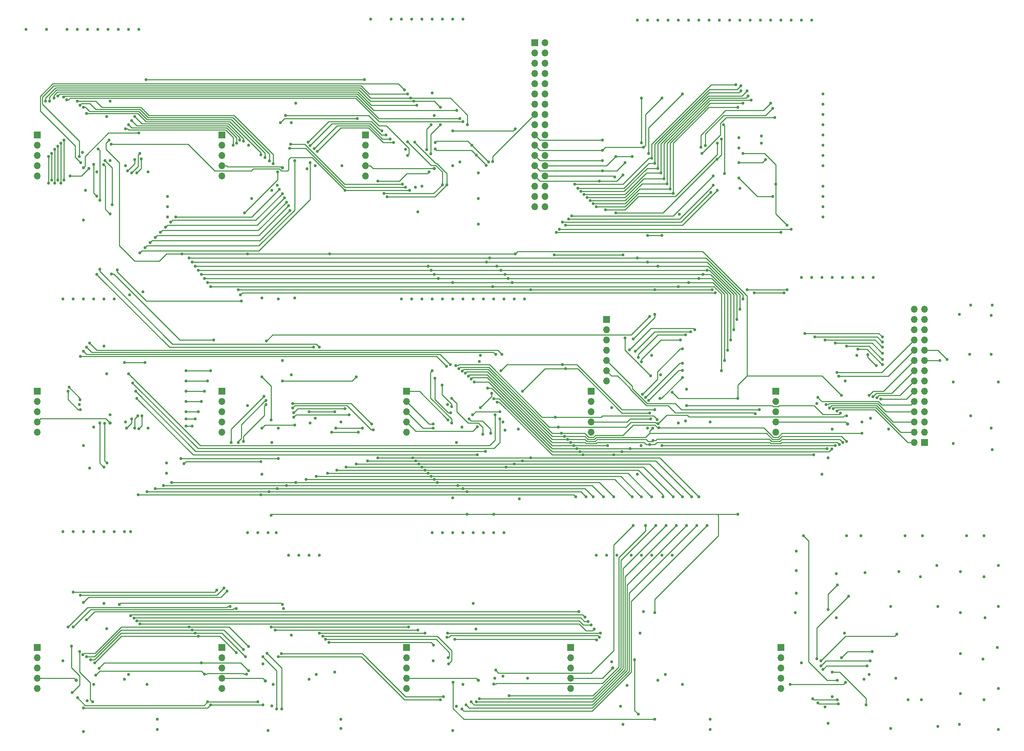
<source format=gbr>
G04 #@! TF.GenerationSoftware,KiCad,Pcbnew,5.0.1*
G04 #@! TF.CreationDate,2018-12-21T00:14:18+11:00*
G04 #@! TF.ProjectId,cpld-cpu,63706C642D6370752E6B696361645F70,rev?*
G04 #@! TF.SameCoordinates,Original*
G04 #@! TF.FileFunction,Copper,L4,Bot,Signal*
G04 #@! TF.FilePolarity,Positive*
%FSLAX46Y46*%
G04 Gerber Fmt 4.6, Leading zero omitted, Abs format (unit mm)*
G04 Created by KiCad (PCBNEW 5.0.1) date Fri 21 Dec 2018 00:14:18 AEDT*
%MOMM*%
%LPD*%
G01*
G04 APERTURE LIST*
G04 #@! TA.AperFunction,ComponentPad*
%ADD10O,1.700000X1.700000*%
G04 #@! TD*
G04 #@! TA.AperFunction,ComponentPad*
%ADD11R,1.700000X1.700000*%
G04 #@! TD*
G04 #@! TA.AperFunction,ViaPad*
%ADD12C,0.750000*%
G04 #@! TD*
G04 #@! TA.AperFunction,ViaPad*
%ADD13C,0.800000*%
G04 #@! TD*
G04 #@! TA.AperFunction,Conductor*
%ADD14C,0.254000*%
G04 #@! TD*
G04 APERTURE END LIST*
D10*
G04 #@! TO.P,J16,5*
G04 #@! TO.N,GND*
X208280000Y-190500000D03*
G04 #@! TO.P,J16,4*
G04 #@! TO.N,Net-(J16-Pad4)*
X208280000Y-187960000D03*
G04 #@! TO.P,J16,3*
G04 #@! TO.N,Net-(J16-Pad3)*
X208280000Y-185420000D03*
G04 #@! TO.P,J16,2*
G04 #@! TO.N,Net-(J16-Pad2)*
X208280000Y-182880000D03*
D11*
G04 #@! TO.P,J16,1*
G04 #@! TO.N,Net-(J16-Pad1)*
X208280000Y-180340000D03*
G04 #@! TD*
D10*
G04 #@! TO.P,J15,7*
G04 #@! TO.N,GND*
X165100000Y-114300000D03*
G04 #@! TO.P,J15,6*
G04 #@! TO.N,/PROG5*
X165100000Y-111760000D03*
G04 #@! TO.P,J15,5*
G04 #@! TO.N,/PROG4*
X165100000Y-109220000D03*
G04 #@! TO.P,J15,4*
G04 #@! TO.N,/PROG3*
X165100000Y-106680000D03*
G04 #@! TO.P,J15,3*
G04 #@! TO.N,/PROG2*
X165100000Y-104140000D03*
G04 #@! TO.P,J15,2*
G04 #@! TO.N,/PROG1*
X165100000Y-101600000D03*
D11*
G04 #@! TO.P,J15,1*
G04 #@! TO.N,/PROG0*
X165100000Y-99060000D03*
G04 #@! TD*
D10*
G04 #@! TO.P,J12,28*
G04 #@! TO.N,VCC*
X241300000Y-96520000D03*
G04 #@! TO.P,J12,27*
G04 #@! TO.N,GND*
X243840000Y-96520000D03*
G04 #@! TO.P,J12,26*
G04 #@! TO.N,VCC*
X241300000Y-99060000D03*
G04 #@! TO.P,J12,25*
G04 #@! TO.N,GND*
X243840000Y-99060000D03*
G04 #@! TO.P,J12,24*
G04 #@! TO.N,VCC*
X241300000Y-101600000D03*
G04 #@! TO.P,J12,23*
G04 #@! TO.N,GND*
X243840000Y-101600000D03*
G04 #@! TO.P,J12,22*
G04 #@! TO.N,Net-(J12-Pad22)*
X241300000Y-104140000D03*
G04 #@! TO.P,J12,21*
G04 #@! TO.N,/BTN2*
X243840000Y-104140000D03*
G04 #@! TO.P,J12,20*
G04 #@! TO.N,Net-(J12-Pad20)*
X241300000Y-106680000D03*
G04 #@! TO.P,J12,19*
G04 #@! TO.N,/BTN1*
X243840000Y-106680000D03*
G04 #@! TO.P,J12,18*
G04 #@! TO.N,Net-(J12-Pad18)*
X241300000Y-109220000D03*
G04 #@! TO.P,J12,17*
G04 #@! TO.N,/BTN0*
X243840000Y-109220000D03*
G04 #@! TO.P,J12,16*
G04 #@! TO.N,Net-(J12-Pad16)*
X241300000Y-111760000D03*
G04 #@! TO.P,J12,15*
G04 #@! TO.N,Net-(J12-Pad15)*
X243840000Y-111760000D03*
G04 #@! TO.P,J12,14*
G04 #@! TO.N,Net-(J12-Pad14)*
X241300000Y-114300000D03*
G04 #@! TO.P,J12,13*
G04 #@! TO.N,Net-(J12-Pad13)*
X243840000Y-114300000D03*
G04 #@! TO.P,J12,12*
G04 #@! TO.N,Net-(J12-Pad12)*
X241300000Y-116840000D03*
G04 #@! TO.P,J12,11*
G04 #@! TO.N,Net-(J12-Pad11)*
X243840000Y-116840000D03*
G04 #@! TO.P,J12,10*
G04 #@! TO.N,Net-(J12-Pad10)*
X241300000Y-119380000D03*
G04 #@! TO.P,J12,9*
G04 #@! TO.N,Net-(J12-Pad9)*
X243840000Y-119380000D03*
G04 #@! TO.P,J12,8*
G04 #@! TO.N,Net-(J12-Pad8)*
X241300000Y-121920000D03*
G04 #@! TO.P,J12,7*
G04 #@! TO.N,Net-(J12-Pad7)*
X243840000Y-121920000D03*
G04 #@! TO.P,J12,6*
G04 #@! TO.N,Net-(J12-Pad6)*
X241300000Y-124460000D03*
G04 #@! TO.P,J12,5*
G04 #@! TO.N,Net-(J12-Pad5)*
X243840000Y-124460000D03*
G04 #@! TO.P,J12,4*
G04 #@! TO.N,Net-(J12-Pad4)*
X241300000Y-127000000D03*
G04 #@! TO.P,J12,3*
G04 #@! TO.N,Net-(J12-Pad3)*
X243840000Y-127000000D03*
G04 #@! TO.P,J12,2*
G04 #@! TO.N,Net-(J12-Pad2)*
X241300000Y-129540000D03*
D11*
G04 #@! TO.P,J12,1*
G04 #@! TO.N,Net-(J12-Pad1)*
X243840000Y-129540000D03*
G04 #@! TD*
D10*
G04 #@! TO.P,J14,34*
G04 #@! TO.N,GND*
X149860000Y-71120000D03*
G04 #@! TO.P,J14,33*
G04 #@! TO.N,VCC*
X147320000Y-71120000D03*
G04 #@! TO.P,J14,32*
G04 #@! TO.N,/RAM_~OE~*
X149860000Y-68580000D03*
G04 #@! TO.P,J14,31*
G04 #@! TO.N,/CLK*
X147320000Y-68580000D03*
G04 #@! TO.P,J14,30*
G04 #@! TO.N,/DEV_~OE~*
X149860000Y-66040000D03*
G04 #@! TO.P,J14,29*
G04 #@! TO.N,/RAM_~WE~*
X147320000Y-66040000D03*
G04 #@! TO.P,J14,28*
G04 #@! TO.N,/ARAM13*
X149860000Y-63500000D03*
G04 #@! TO.P,J14,27*
G04 #@! TO.N,/ARAM17*
X147320000Y-63500000D03*
G04 #@! TO.P,J14,26*
G04 #@! TO.N,/ARAM12*
X149860000Y-60960000D03*
G04 #@! TO.P,J14,25*
G04 #@! TO.N,/ARAM16*
X147320000Y-60960000D03*
G04 #@! TO.P,J14,24*
G04 #@! TO.N,/ARAM11*
X149860000Y-58420000D03*
G04 #@! TO.P,J14,23*
G04 #@! TO.N,/ARAM15*
X147320000Y-58420000D03*
G04 #@! TO.P,J14,22*
G04 #@! TO.N,/ARAM10*
X149860000Y-55880000D03*
G04 #@! TO.P,J14,21*
G04 #@! TO.N,/ARAM14*
X147320000Y-55880000D03*
G04 #@! TO.P,J14,20*
G04 #@! TO.N,/ARAM9*
X149860000Y-53340000D03*
G04 #@! TO.P,J14,19*
G04 #@! TO.N,/PAGE0*
X147320000Y-53340000D03*
G04 #@! TO.P,J14,18*
G04 #@! TO.N,/ARAM8*
X149860000Y-50800000D03*
G04 #@! TO.P,J14,17*
G04 #@! TO.N,/~RST~*
X147320000Y-50800000D03*
G04 #@! TO.P,J14,16*
G04 #@! TO.N,/ARAM7*
X149860000Y-48260000D03*
G04 #@! TO.P,J14,15*
G04 #@! TO.N,/D7*
X147320000Y-48260000D03*
G04 #@! TO.P,J14,14*
G04 #@! TO.N,/ARAM6*
X149860000Y-45720000D03*
G04 #@! TO.P,J14,13*
G04 #@! TO.N,/D6*
X147320000Y-45720000D03*
G04 #@! TO.P,J14,12*
G04 #@! TO.N,/ARAM5*
X149860000Y-43180000D03*
G04 #@! TO.P,J14,11*
G04 #@! TO.N,/D5*
X147320000Y-43180000D03*
G04 #@! TO.P,J14,10*
G04 #@! TO.N,/ARAM4*
X149860000Y-40640000D03*
G04 #@! TO.P,J14,9*
G04 #@! TO.N,/D4*
X147320000Y-40640000D03*
G04 #@! TO.P,J14,8*
G04 #@! TO.N,/ARAM3*
X149860000Y-38100000D03*
G04 #@! TO.P,J14,7*
G04 #@! TO.N,/D3*
X147320000Y-38100000D03*
G04 #@! TO.P,J14,6*
G04 #@! TO.N,/ARAM2*
X149860000Y-35560000D03*
G04 #@! TO.P,J14,5*
G04 #@! TO.N,/D2*
X147320000Y-35560000D03*
G04 #@! TO.P,J14,4*
G04 #@! TO.N,/ARAM1*
X149860000Y-33020000D03*
G04 #@! TO.P,J14,3*
G04 #@! TO.N,/D1*
X147320000Y-33020000D03*
G04 #@! TO.P,J14,2*
G04 #@! TO.N,/ARAM0*
X149860000Y-30480000D03*
D11*
G04 #@! TO.P,J14,1*
G04 #@! TO.N,/D0*
X147320000Y-30480000D03*
G04 #@! TD*
G04 #@! TO.P,J1,1*
G04 #@! TO.N,Net-(J1-Pad1)*
X24130000Y-53340000D03*
D10*
G04 #@! TO.P,J1,2*
G04 #@! TO.N,Net-(J1-Pad2)*
X24130000Y-55880000D03*
G04 #@! TO.P,J1,3*
G04 #@! TO.N,Net-(J1-Pad3)*
X24130000Y-58420000D03*
G04 #@! TO.P,J1,4*
G04 #@! TO.N,Net-(J1-Pad4)*
X24130000Y-60960000D03*
G04 #@! TO.P,J1,5*
G04 #@! TO.N,GND*
X24130000Y-63500000D03*
G04 #@! TD*
D11*
G04 #@! TO.P,J2,1*
G04 #@! TO.N,Net-(J2-Pad1)*
X24130000Y-116840000D03*
D10*
G04 #@! TO.P,J2,2*
G04 #@! TO.N,Net-(J2-Pad2)*
X24130000Y-119380000D03*
G04 #@! TO.P,J2,3*
G04 #@! TO.N,Net-(J2-Pad3)*
X24130000Y-121920000D03*
G04 #@! TO.P,J2,4*
G04 #@! TO.N,Net-(J2-Pad4)*
X24130000Y-124460000D03*
G04 #@! TO.P,J2,5*
G04 #@! TO.N,GND*
X24130000Y-127000000D03*
G04 #@! TD*
D11*
G04 #@! TO.P,J3,1*
G04 #@! TO.N,Net-(J3-Pad1)*
X24130000Y-180340000D03*
D10*
G04 #@! TO.P,J3,2*
G04 #@! TO.N,Net-(J3-Pad2)*
X24130000Y-182880000D03*
G04 #@! TO.P,J3,3*
G04 #@! TO.N,Net-(J3-Pad3)*
X24130000Y-185420000D03*
G04 #@! TO.P,J3,4*
G04 #@! TO.N,Net-(J3-Pad4)*
X24130000Y-187960000D03*
G04 #@! TO.P,J3,5*
G04 #@! TO.N,GND*
X24130000Y-190500000D03*
G04 #@! TD*
D11*
G04 #@! TO.P,J4,1*
G04 #@! TO.N,Net-(J4-Pad1)*
X69850000Y-53340000D03*
D10*
G04 #@! TO.P,J4,2*
G04 #@! TO.N,Net-(J4-Pad2)*
X69850000Y-55880000D03*
G04 #@! TO.P,J4,3*
G04 #@! TO.N,Net-(J4-Pad3)*
X69850000Y-58420000D03*
G04 #@! TO.P,J4,4*
G04 #@! TO.N,Net-(J4-Pad4)*
X69850000Y-60960000D03*
G04 #@! TO.P,J4,5*
G04 #@! TO.N,GND*
X69850000Y-63500000D03*
G04 #@! TD*
G04 #@! TO.P,J5,5*
G04 #@! TO.N,GND*
X69850000Y-127000000D03*
G04 #@! TO.P,J5,4*
G04 #@! TO.N,Net-(J5-Pad4)*
X69850000Y-124460000D03*
G04 #@! TO.P,J5,3*
G04 #@! TO.N,Net-(J5-Pad3)*
X69850000Y-121920000D03*
G04 #@! TO.P,J5,2*
G04 #@! TO.N,Net-(J5-Pad2)*
X69850000Y-119380000D03*
D11*
G04 #@! TO.P,J5,1*
G04 #@! TO.N,Net-(J5-Pad1)*
X69850000Y-116840000D03*
G04 #@! TD*
D10*
G04 #@! TO.P,J6,5*
G04 #@! TO.N,GND*
X69850000Y-190500000D03*
G04 #@! TO.P,J6,4*
G04 #@! TO.N,Net-(J6-Pad4)*
X69850000Y-187960000D03*
G04 #@! TO.P,J6,3*
G04 #@! TO.N,Net-(J6-Pad3)*
X69850000Y-185420000D03*
G04 #@! TO.P,J6,2*
G04 #@! TO.N,Net-(J6-Pad2)*
X69850000Y-182880000D03*
D11*
G04 #@! TO.P,J6,1*
G04 #@! TO.N,Net-(J6-Pad1)*
X69850000Y-180340000D03*
G04 #@! TD*
D10*
G04 #@! TO.P,J7,5*
G04 #@! TO.N,GND*
X105410000Y-63500000D03*
G04 #@! TO.P,J7,4*
G04 #@! TO.N,Net-(J7-Pad4)*
X105410000Y-60960000D03*
G04 #@! TO.P,J7,3*
G04 #@! TO.N,Net-(J7-Pad3)*
X105410000Y-58420000D03*
G04 #@! TO.P,J7,2*
G04 #@! TO.N,Net-(J7-Pad2)*
X105410000Y-55880000D03*
D11*
G04 #@! TO.P,J7,1*
G04 #@! TO.N,Net-(J7-Pad1)*
X105410000Y-53340000D03*
G04 #@! TD*
D10*
G04 #@! TO.P,J8,5*
G04 #@! TO.N,GND*
X115570000Y-127000000D03*
G04 #@! TO.P,J8,4*
G04 #@! TO.N,Net-(J8-Pad4)*
X115570000Y-124460000D03*
G04 #@! TO.P,J8,3*
G04 #@! TO.N,Net-(J8-Pad3)*
X115570000Y-121920000D03*
G04 #@! TO.P,J8,2*
G04 #@! TO.N,Net-(J8-Pad2)*
X115570000Y-119380000D03*
D11*
G04 #@! TO.P,J8,1*
G04 #@! TO.N,Net-(J8-Pad1)*
X115570000Y-116840000D03*
G04 #@! TD*
D10*
G04 #@! TO.P,J9,5*
G04 #@! TO.N,GND*
X115570000Y-190500000D03*
G04 #@! TO.P,J9,4*
G04 #@! TO.N,Net-(J9-Pad4)*
X115570000Y-187960000D03*
G04 #@! TO.P,J9,3*
G04 #@! TO.N,Net-(J9-Pad3)*
X115570000Y-185420000D03*
G04 #@! TO.P,J9,2*
G04 #@! TO.N,Net-(J9-Pad2)*
X115570000Y-182880000D03*
D11*
G04 #@! TO.P,J9,1*
G04 #@! TO.N,Net-(J9-Pad1)*
X115570000Y-180340000D03*
G04 #@! TD*
G04 #@! TO.P,J10,1*
G04 #@! TO.N,Net-(J10-Pad1)*
X161290000Y-116840000D03*
D10*
G04 #@! TO.P,J10,2*
G04 #@! TO.N,Net-(J10-Pad2)*
X161290000Y-119380000D03*
G04 #@! TO.P,J10,3*
G04 #@! TO.N,Net-(J10-Pad3)*
X161290000Y-121920000D03*
G04 #@! TO.P,J10,4*
G04 #@! TO.N,Net-(J10-Pad4)*
X161290000Y-124460000D03*
G04 #@! TO.P,J10,5*
G04 #@! TO.N,GND*
X161290000Y-127000000D03*
G04 #@! TD*
D11*
G04 #@! TO.P,J11,1*
G04 #@! TO.N,Net-(J11-Pad1)*
X156210000Y-180340000D03*
D10*
G04 #@! TO.P,J11,2*
G04 #@! TO.N,Net-(J11-Pad2)*
X156210000Y-182880000D03*
G04 #@! TO.P,J11,3*
G04 #@! TO.N,Net-(J11-Pad3)*
X156210000Y-185420000D03*
G04 #@! TO.P,J11,4*
G04 #@! TO.N,Net-(J11-Pad4)*
X156210000Y-187960000D03*
G04 #@! TO.P,J11,5*
G04 #@! TO.N,GND*
X156210000Y-190500000D03*
G04 #@! TD*
G04 #@! TO.P,J13,5*
G04 #@! TO.N,GND*
X207010000Y-127000000D03*
G04 #@! TO.P,J13,4*
G04 #@! TO.N,Net-(J13-Pad4)*
X207010000Y-124460000D03*
G04 #@! TO.P,J13,3*
G04 #@! TO.N,Net-(J13-Pad3)*
X207010000Y-121920000D03*
G04 #@! TO.P,J13,2*
G04 #@! TO.N,Net-(J13-Pad2)*
X207010000Y-119380000D03*
D11*
G04 #@! TO.P,J13,1*
G04 #@! TO.N,Net-(J13-Pad1)*
X207010000Y-116840000D03*
G04 #@! TD*
D12*
G04 #@! TO.N,GND*
X172720000Y-24892000D03*
X175260000Y-24892000D03*
X177800000Y-24892000D03*
X180340000Y-24892000D03*
X182880000Y-24892000D03*
X185420000Y-24892000D03*
X187960000Y-24892000D03*
X190500000Y-24892000D03*
X193040000Y-24892000D03*
X195580000Y-24892000D03*
X198120000Y-24892000D03*
X200660000Y-24892000D03*
X203200000Y-24892000D03*
X205740000Y-24892000D03*
X208280000Y-24892000D03*
X210820000Y-24892000D03*
X213360000Y-24892000D03*
X42164000Y-44958000D03*
X51562000Y-62484000D03*
X56388000Y-68580000D03*
X56388000Y-71120000D03*
X56388000Y-73660000D03*
X35560000Y-74422000D03*
X42164000Y-59690000D03*
X38862000Y-62484000D03*
X35306000Y-57658000D03*
X49276000Y-27178000D03*
X46736000Y-27178000D03*
X44196000Y-27178000D03*
X41656000Y-27178000D03*
X39116000Y-27178000D03*
X36576000Y-27178000D03*
X34036000Y-27178000D03*
X31496000Y-27178000D03*
X26416000Y-27178000D03*
X21336000Y-27178000D03*
X99568000Y-60960000D03*
X90932000Y-61722000D03*
X77216000Y-69088000D03*
X83566000Y-65786000D03*
X76454000Y-55880000D03*
X88138000Y-45466000D03*
X121920000Y-42926000D03*
X133350000Y-62738000D03*
X118364000Y-72390000D03*
X133350000Y-69088000D03*
X133350000Y-75438000D03*
X119380000Y-66040000D03*
X127000000Y-60960000D03*
X115316000Y-56896000D03*
X203454000Y-53594000D03*
X203454000Y-55372000D03*
X198120000Y-66548000D03*
X218694000Y-73660000D03*
X218694000Y-71120000D03*
X218694000Y-68580000D03*
X218694000Y-66040000D03*
X218694000Y-60960000D03*
X218694000Y-58420000D03*
X218694000Y-55880000D03*
X218694000Y-53340000D03*
X218694000Y-50800000D03*
X218694000Y-48260000D03*
X218694000Y-45720000D03*
X218694000Y-43180000D03*
X50292000Y-92202000D03*
X46990000Y-92964000D03*
X43180000Y-93950998D03*
X40640000Y-93950998D03*
X38100000Y-93950998D03*
X35560000Y-93950998D03*
X33020000Y-93950998D03*
X30480000Y-93950998D03*
X87884000Y-93726000D03*
X83820000Y-93950998D03*
X79756000Y-93726000D03*
X114300000Y-93950998D03*
X116840000Y-93950998D03*
X119380000Y-93950998D03*
X121920000Y-93950998D03*
X124460000Y-93950998D03*
X127000000Y-93950998D03*
X129540000Y-93950998D03*
X132080000Y-93950998D03*
X134620000Y-93950998D03*
X137160000Y-93950998D03*
X139700000Y-93950998D03*
X142240000Y-93950998D03*
X144780000Y-93950998D03*
X213360000Y-88646000D03*
X215900000Y-88646000D03*
X218440000Y-88646000D03*
X220980000Y-88646000D03*
X223520000Y-88646000D03*
X226060000Y-88646000D03*
X228600000Y-88646000D03*
X231140000Y-88646000D03*
X255270000Y-95504000D03*
X252476000Y-97790000D03*
X260350000Y-98044000D03*
X255016000Y-107696000D03*
X250952000Y-114554000D03*
X262128000Y-114554000D03*
X255270000Y-122936000D03*
X260604000Y-131318000D03*
X250952000Y-129794000D03*
X30480000Y-151638000D03*
X33020000Y-151638000D03*
X35560000Y-151638000D03*
X38100000Y-151638000D03*
X40640000Y-151638000D03*
X43180000Y-151638000D03*
X45720000Y-151638000D03*
X47244000Y-151638000D03*
X76200000Y-151892000D03*
X78740000Y-151892000D03*
X81280000Y-151892000D03*
X83312000Y-151892000D03*
X86360000Y-157450998D03*
X88900000Y-157450998D03*
X91440000Y-157450998D03*
X93980000Y-157450998D03*
X121920000Y-151892000D03*
X124460000Y-151892000D03*
X127000000Y-151892000D03*
X129540000Y-151892000D03*
X132080000Y-151892000D03*
X134620000Y-151892000D03*
X137160000Y-151892000D03*
X139700000Y-151892000D03*
X162560000Y-157450998D03*
X165100000Y-157450998D03*
X167640000Y-157450998D03*
X171196000Y-157480000D03*
X173736000Y-157480000D03*
X176276000Y-157480000D03*
X178816000Y-157480000D03*
X181356000Y-157480000D03*
X212090000Y-156464000D03*
X212090000Y-161290000D03*
X212090000Y-166878000D03*
X211836000Y-171704000D03*
X224536000Y-152654000D03*
X228092000Y-152654000D03*
X221996000Y-162052000D03*
X254254000Y-152654000D03*
X243332000Y-152654000D03*
X239014000Y-152654000D03*
X258572000Y-152654000D03*
X252730000Y-161544000D03*
X258572000Y-162814000D03*
X252730000Y-171704000D03*
X258826000Y-172974000D03*
X252730000Y-181864000D03*
X258354000Y-183170000D03*
X252730000Y-191770000D03*
X258572000Y-193294000D03*
X252476000Y-199390000D03*
X243078000Y-193294000D03*
X239776000Y-193294000D03*
X235458000Y-200406000D03*
X236728000Y-187960000D03*
X219964000Y-199136000D03*
X220980000Y-192532000D03*
X228854000Y-188214000D03*
X213360000Y-184150000D03*
X221996000Y-172974000D03*
X40640000Y-105664000D03*
X51562000Y-125984000D03*
X37084000Y-135890000D03*
X56134000Y-134620000D03*
X56134000Y-137160000D03*
X79756000Y-137414000D03*
X91694000Y-124714000D03*
X99314000Y-124460000D03*
X76200000Y-120396000D03*
X84836000Y-109220000D03*
X143510000Y-143510000D03*
X143256000Y-126238000D03*
X139954000Y-126492000D03*
X127000000Y-143256000D03*
X125730000Y-120142000D03*
X129286000Y-125730000D03*
X83820000Y-125984000D03*
X38100000Y-125730000D03*
X190754000Y-124460000D03*
X182880000Y-124714000D03*
X175260000Y-125984000D03*
X166370000Y-120904000D03*
X176276000Y-107950000D03*
X172720000Y-137414000D03*
X218440000Y-137414000D03*
X234950000Y-126238000D03*
X220980000Y-126238000D03*
X228346000Y-124460000D03*
X217170000Y-119888000D03*
X227076000Y-107950000D03*
X53848000Y-198120000D03*
X53848000Y-200660000D03*
X35560000Y-201168000D03*
X38100000Y-189484000D03*
X45720000Y-188214000D03*
X51308000Y-189484000D03*
X30480000Y-183642000D03*
X40640000Y-169418000D03*
X99314000Y-198120000D03*
X99314000Y-200406000D03*
X81280000Y-200914000D03*
X82550000Y-189484000D03*
X91440000Y-188214000D03*
X97790000Y-186436000D03*
X80010000Y-184404000D03*
X85090000Y-170688000D03*
X127000000Y-200914000D03*
X129540000Y-189484000D03*
X137414000Y-187960000D03*
X145542000Y-187960000D03*
X122174000Y-183642000D03*
X132080000Y-169418000D03*
X170180000Y-189738000D03*
X177800000Y-188468000D03*
X183896000Y-189484000D03*
X166370000Y-183896000D03*
X174244000Y-171450000D03*
X169164000Y-199390000D03*
X190754000Y-198120000D03*
X190754000Y-200660000D03*
X242824000Y-162814000D03*
X237490000Y-161544000D03*
X235458000Y-170180000D03*
X133858000Y-107950000D03*
X34544000Y-120142000D03*
X42164000Y-122682000D03*
X106680000Y-24638000D03*
X111760000Y-24638000D03*
X114300000Y-24638000D03*
X116840000Y-24638000D03*
X119380000Y-24638000D03*
X121920000Y-24638000D03*
X124460000Y-24638000D03*
X127000000Y-24638000D03*
X129540000Y-24638000D03*
X183160580Y-72949991D03*
X215900000Y-24892000D03*
G04 #@! TO.N,VCC*
X41300000Y-48768000D03*
X45974000Y-60960000D03*
X36068000Y-67056000D03*
X92964000Y-60960000D03*
X87020000Y-50292000D03*
X82220000Y-67056000D03*
X128778000Y-60020000D03*
X117780000Y-66294000D03*
X197866000Y-53975000D03*
X197866000Y-56515000D03*
X260604000Y-95504000D03*
X260350000Y-107696000D03*
X260350000Y-125984000D03*
X229108000Y-161798000D03*
X262128000Y-160020000D03*
X262128000Y-170180000D03*
X261874000Y-180340000D03*
X262128000Y-190500000D03*
X262128000Y-200660000D03*
X247142000Y-199898000D03*
X230124000Y-187020000D03*
X219194000Y-195072000D03*
X41300000Y-112522000D03*
X45974000Y-124460000D03*
X35560000Y-130302000D03*
X82220000Y-129540000D03*
X87020000Y-112776000D03*
X139446000Y-124460000D03*
X127940000Y-129540000D03*
X184658000Y-124206000D03*
X178460000Y-112776000D03*
X173660000Y-130302000D03*
X219964000Y-133350000D03*
X230486000Y-123520000D03*
X224180000Y-114300000D03*
X46736000Y-187020000D03*
X41300000Y-175634000D03*
X93218000Y-187020000D03*
X82220000Y-194818000D03*
X36500000Y-193548000D03*
X87020000Y-177292000D03*
X127940000Y-194926000D03*
X139446000Y-187420000D03*
X132740000Y-175768000D03*
X179686000Y-187020000D03*
X173380000Y-176784000D03*
X168580000Y-194926000D03*
X122428000Y-48482000D03*
X92964000Y-123520000D03*
X246888000Y-160020000D03*
X247142000Y-170180000D03*
X224028000Y-176772000D03*
X133604000Y-109474000D03*
G04 #@! TO.N,Net-(J1-Pad4)*
X32258000Y-63500000D03*
X36957000Y-61595000D03*
D13*
G04 #@! TO.N,Net-(J2-Pad4)*
X42164008Y-124714000D03*
G04 #@! TO.N,Net-(J3-Pad4)*
X33804016Y-188468000D03*
G04 #@! TO.N,Net-(J4-Pad4)*
X84864367Y-61431969D03*
D12*
G04 #@! TO.N,Net-(J5-Pad4)*
X79756000Y-125984000D03*
X87884000Y-125222000D03*
D13*
G04 #@! TO.N,Net-(J6-Pad4)*
X80645000Y-188595000D03*
G04 #@! TO.N,Net-(J7-Pad4)*
X122428012Y-61620000D03*
D12*
G04 #@! TO.N,Net-(J8-Pad4)*
X133156787Y-125589948D03*
G04 #@! TO.N,Net-(J8-Pad3)*
X122174000Y-125989990D03*
G04 #@! TO.N,Net-(J8-Pad2)*
X122174000Y-124985977D03*
G04 #@! TO.N,Net-(J8-Pad1)*
X125868988Y-123938141D03*
D13*
G04 #@! TO.N,Net-(J9-Pad4)*
X133350000Y-188468000D03*
D12*
G04 #@! TO.N,Net-(J10-Pad4)*
X176022000Y-123712592D03*
D13*
G04 #@! TO.N,Net-(J11-Pad4)*
X166624000Y-185420000D03*
D12*
G04 #@! TO.N,/IR0*
X49530000Y-174498000D03*
X162046014Y-175779801D03*
G04 #@! TO.N,/IR1*
X48774749Y-173742774D03*
X161290000Y-174752000D03*
G04 #@! TO.N,/IR2*
X160528000Y-173863002D03*
X48076361Y-173021460D03*
G04 #@! TO.N,/IR3*
X159760010Y-172746580D03*
X47244000Y-172460021D03*
G04 #@! TO.N,/IR4*
X36322000Y-173482000D03*
X158242000Y-171450000D03*
G04 #@! TO.N,/IR5*
X80772000Y-120142000D03*
X75184000Y-129286000D03*
X71120000Y-166370000D03*
X35562916Y-169164000D03*
X121158000Y-62484000D03*
X108458000Y-64770000D03*
X103124000Y-113284000D03*
X84836000Y-114300000D03*
G04 #@! TO.N,/IR6*
X80772000Y-119126000D03*
X73914000Y-129540000D03*
X70358000Y-165608000D03*
X34798000Y-167386000D03*
G04 #@! TO.N,/IR7*
X83693000Y-62484000D03*
X75437998Y-72644000D03*
X80264000Y-118110000D03*
X72136000Y-129540000D03*
X68580000Y-166116000D03*
X33020000Y-166624000D03*
G04 #@! TO.N,/A0*
X48260000Y-48768000D03*
X75205255Y-54869664D03*
G04 #@! TO.N,/A1*
X47498000Y-49784000D03*
X74235402Y-54610000D03*
G04 #@! TO.N,/A2*
X46736000Y-50800000D03*
X73479392Y-55323080D03*
G04 #@! TO.N,/A3*
X45974000Y-51816000D03*
X72644000Y-55880000D03*
G04 #@! TO.N,/A4*
X79499012Y-58216170D03*
X36322000Y-48000010D03*
G04 #@! TO.N,/A5*
X80518000Y-58928006D03*
X35562916Y-46487990D03*
G04 #@! TO.N,/A6*
X81611562Y-59755482D03*
X34729568Y-45928017D03*
G04 #@! TO.N,/A7*
X34036000Y-44958000D03*
X82550000Y-60452000D03*
G04 #@! TO.N,/AC*
X116332000Y-67056000D03*
X42418004Y-55626000D03*
X100330002Y-67056000D03*
X97790000Y-121920000D03*
X91440000Y-121920000D03*
G04 #@! TO.N,/X0*
X84074000Y-66802000D03*
X48763202Y-118622798D03*
X133096000Y-132588000D03*
X58420000Y-73660000D03*
G04 #@! TO.N,/X1*
X84830010Y-67842469D03*
X48514000Y-116840000D03*
X57150000Y-74930000D03*
X135122010Y-131717205D03*
G04 #@! TO.N,/X2*
X47752000Y-114807984D03*
X85338021Y-68936136D03*
X138684000Y-123698000D03*
X55880000Y-76200000D03*
G04 #@! TO.N,/X3*
X85846032Y-69995651D03*
X46736000Y-112522000D03*
X137483935Y-122676010D03*
X54610000Y-77470000D03*
G04 #@! TO.N,/X4*
X86360000Y-70866000D03*
X37084000Y-104902000D03*
X139192000Y-107696000D03*
X53340000Y-78740000D03*
G04 #@! TO.N,/X5*
X86736202Y-72004202D03*
X36322000Y-105918000D03*
X137668000Y-107696000D03*
X52070000Y-80010000D03*
G04 #@! TO.N,/X6*
X87884000Y-59690000D03*
X35560000Y-106934000D03*
X126410688Y-110201120D03*
X50800000Y-81280000D03*
G04 #@! TO.N,/X7*
X91694000Y-60198000D03*
X34798000Y-108204000D03*
X125520527Y-110665505D03*
X49530000Y-82550000D03*
G04 #@! TO.N,/D1*
X36322000Y-182626000D03*
X75184002Y-180848000D03*
X62484000Y-176022000D03*
X60960000Y-125476000D03*
X62484000Y-125476000D03*
X62484000Y-84836000D03*
X135382000Y-84836000D03*
X132842000Y-58355350D03*
X135300612Y-60815408D03*
X198120000Y-96520000D03*
X175260000Y-84836000D03*
X122687990Y-56793568D03*
X175260000Y-78232000D03*
X178816000Y-78232000D03*
X206248000Y-46736000D03*
X189581425Y-55983415D03*
G04 #@! TO.N,/D0*
X76454000Y-180086000D03*
X61722000Y-175260000D03*
X61722000Y-83820000D03*
X136144006Y-83820000D03*
X131772839Y-55880000D03*
X135904377Y-60013218D03*
X198882000Y-93980000D03*
X172720000Y-83820000D03*
X122676254Y-55221704D03*
X35427010Y-182118000D03*
X188468000Y-56388000D03*
X205740000Y-45466000D03*
G04 #@! TO.N,/D2*
X37338000Y-183388000D03*
X75691992Y-182626000D03*
X63246000Y-176784000D03*
X60960000Y-123698000D03*
X63246000Y-123698000D03*
X63246000Y-85852000D03*
X120904000Y-85852000D03*
X197358000Y-99060000D03*
X177800000Y-85852000D03*
X137922000Y-85852000D03*
X188722000Y-57912000D03*
X206756000Y-49022000D03*
G04 #@! TO.N,/D3*
X38354000Y-184150000D03*
X73406000Y-181610000D03*
X64008000Y-177546000D03*
X60960000Y-121920000D03*
X64008000Y-121920000D03*
X64008000Y-86868000D03*
X121666000Y-86868000D03*
X196596000Y-101600000D03*
X189992000Y-86868000D03*
X138938000Y-86868000D03*
G04 #@! TO.N,/D4*
X76509547Y-186113064D03*
X64770000Y-184150000D03*
X60960000Y-119380000D03*
X64770000Y-119380000D03*
X64770000Y-87884000D03*
X122428000Y-87884000D03*
X195834000Y-104140000D03*
X188976000Y-87884000D03*
X39435718Y-185449810D03*
X139954000Y-87884000D03*
G04 #@! TO.N,/D5*
X38608000Y-187198000D03*
X75946000Y-186944000D03*
X65537990Y-186944000D03*
X60960000Y-116840000D03*
X65532000Y-116840000D03*
X65537990Y-88900002D03*
X123444000Y-88900002D03*
X140716000Y-88900002D03*
X195072000Y-106680000D03*
X187960000Y-88900002D03*
G04 #@! TO.N,/D6*
X78740000Y-193802000D03*
X34100000Y-192786000D03*
X66299990Y-193765343D03*
X60960000Y-114300000D03*
X66299990Y-114300000D03*
X66299990Y-89916000D03*
X127000000Y-89916000D03*
X141732000Y-89916000D03*
X194310000Y-109220000D03*
X185420000Y-89916000D03*
G04 #@! TO.N,/D7*
X80010000Y-194564000D03*
X67056012Y-194564000D03*
X60960000Y-111760000D03*
X67056012Y-111760000D03*
X67056012Y-90932000D03*
X136906000Y-90932000D03*
X136906000Y-59944000D03*
X193547994Y-111760000D03*
X182880000Y-90932000D03*
X35549215Y-195294168D03*
G04 #@! TO.N,/ADDR9*
X164338000Y-143002000D03*
X55372000Y-140208000D03*
X85852000Y-140208000D03*
X128270000Y-140208000D03*
G04 #@! TO.N,/ADDR8*
X166878000Y-143002002D03*
X57404000Y-139446000D03*
X123190000Y-139446000D03*
X88138000Y-139446000D03*
G04 #@! TO.N,/ADDR10*
X161798000Y-143002004D03*
X53340000Y-140970000D03*
X83566000Y-140970000D03*
X129540000Y-140970000D03*
G04 #@! TO.N,/ADDR11*
X160020000Y-143002000D03*
X51308000Y-141732000D03*
X81534000Y-141732000D03*
X130556000Y-141732000D03*
G04 #@! TO.N,/ADDR12*
X157480000Y-143002000D03*
X49095992Y-142494000D03*
X79502000Y-142494000D03*
G04 #@! TO.N,/AR0*
X96371533Y-179064010D03*
X122301000Y-179705000D03*
G04 #@! TO.N,/AR1*
X95540722Y-178302010D03*
X125940741Y-182872659D03*
G04 #@! TO.N,/AR2*
X94812155Y-177540010D03*
X125984000Y-184404000D03*
G04 #@! TO.N,/AR3*
X93979630Y-176778010D03*
X120168580Y-176757420D03*
G04 #@! TO.N,/AR4*
X118364000Y-176022000D03*
X83058000Y-176022000D03*
G04 #@! TO.N,/AR5*
X116078000Y-175260000D03*
X82042000Y-175260000D03*
G04 #@! TO.N,/AR6*
X124714000Y-192532000D03*
X84582000Y-181864000D03*
G04 #@! TO.N,/AR7*
X123952000Y-193294000D03*
X83820000Y-182626000D03*
G04 #@! TO.N,/ADDR1*
X186182000Y-143002000D03*
X105918000Y-134112000D03*
X117856000Y-134112000D03*
X144271998Y-134112000D03*
G04 #@! TO.N,/ADDR0*
X187959990Y-143002000D03*
X108458000Y-133350000D03*
X117093996Y-133350000D03*
X146304000Y-133350000D03*
G04 #@! TO.N,/ADDR2*
X183895990Y-143002000D03*
X103124000Y-134874000D03*
X118618000Y-134874000D03*
X142239998Y-134874000D03*
G04 #@! TO.N,/ADDR3*
X181610000Y-143002000D03*
X100584000Y-135636000D03*
X119380000Y-135636000D03*
X140208000Y-135636000D03*
G04 #@! TO.N,Net-(R62-Pad2)*
X50038000Y-122936000D03*
X49261788Y-126171218D03*
G04 #@! TO.N,/ADDR4*
X179070000Y-143002000D03*
X98298000Y-136398000D03*
X120142000Y-136398000D03*
X124376389Y-115285549D03*
X126746000Y-120650000D03*
G04 #@! TO.N,Net-(R63-Pad2)*
X49022000Y-122936000D03*
X48260000Y-125984000D03*
G04 #@! TO.N,/ADDR5*
X176276000Y-143002000D03*
X96012000Y-137160000D03*
X120904000Y-137160000D03*
X122655420Y-113564580D03*
X126491994Y-122174000D03*
G04 #@! TO.N,Net-(R64-Pad2)*
X47498000Y-123698000D03*
X46228000Y-125984000D03*
G04 #@! TO.N,/ADDR6*
X173735998Y-143002000D03*
X121666000Y-137922000D03*
X121920000Y-111760000D03*
X126746000Y-124714000D03*
X93218000Y-137922000D03*
G04 #@! TO.N,/ADDR7*
X171450000Y-143002000D03*
X122428000Y-138684000D03*
X90678000Y-138684000D03*
G04 #@! TO.N,/A_CC*
X38100000Y-60579000D03*
X38862000Y-68453000D03*
X92583000Y-105918000D03*
X38861999Y-87889999D03*
G04 #@! TO.N,/ALU0*
X129540000Y-50038000D03*
X31420601Y-44559418D03*
X30786000Y-54610000D03*
X30734000Y-64516000D03*
G04 #@! TO.N,/ALU1*
X30633580Y-43936010D03*
X29972000Y-55372000D03*
X29972000Y-65283990D03*
X128778000Y-49276000D03*
G04 #@! TO.N,/ALU2*
X128016000Y-47244000D03*
X29210000Y-43688000D03*
X29210000Y-56134000D03*
X29210000Y-64516000D03*
G04 #@! TO.N,/ALU3*
X28267389Y-44147074D03*
X28448000Y-56896000D03*
X28448000Y-65283990D03*
X118110000Y-45974000D03*
X121666000Y-50800000D03*
X120549580Y-56996420D03*
G04 #@! TO.N,/ALU4*
X117348000Y-44958000D03*
X27178000Y-44958000D03*
X27686000Y-57912000D03*
X27686000Y-64516000D03*
X123952000Y-46482000D03*
X123952000Y-50800000D03*
X121565580Y-58012420D03*
G04 #@! TO.N,/ALU5*
X116586000Y-44196000D03*
X26162014Y-44958000D03*
X26924000Y-58674000D03*
X26924000Y-65283990D03*
X130683000Y-50800004D03*
G04 #@! TO.N,/ALU6*
X115824000Y-43180000D03*
X31750000Y-116840000D03*
X34798000Y-121412000D03*
X34543994Y-58674000D03*
G04 #@! TO.N,/ALU7*
X115062000Y-42164000D03*
X32004000Y-115823988D03*
X34772799Y-118965959D03*
X34900000Y-60198000D03*
G04 #@! TO.N,/ALU8*
X49276000Y-52832000D03*
X51054000Y-39624000D03*
X105156000Y-39624014D03*
X35616679Y-61414501D03*
G04 #@! TO.N,/~RST~*
X197612000Y-118618000D03*
X41910000Y-54610000D03*
X45720000Y-109728000D03*
X50800000Y-109728000D03*
X59944000Y-82804000D03*
X76200000Y-82804000D03*
X197612000Y-147320000D03*
X130556000Y-147320000D03*
X177038000Y-171704000D03*
X181356000Y-117094000D03*
X131064000Y-123698000D03*
X136398000Y-127254000D03*
X223266000Y-117856000D03*
X127000000Y-52324000D03*
X142494000Y-51816000D03*
X137160000Y-147320000D03*
X96520006Y-82804000D03*
X142494000Y-82804000D03*
X84836000Y-169672000D03*
X82042000Y-147573984D03*
X44450000Y-169677968D03*
G04 #@! TO.N,/A_Z*
X39243000Y-56769000D03*
X39624000Y-69469000D03*
X93980000Y-105918000D03*
X39623994Y-86614000D03*
G04 #@! TO.N,/A_~WE~*
X40894000Y-59690000D03*
X42672000Y-70611988D03*
X43942000Y-86741000D03*
X74676000Y-94488000D03*
X79756000Y-113284000D03*
X82042000Y-123952000D03*
G04 #@! TO.N,/A_~OE~*
X40603391Y-60651034D03*
X42163994Y-72898000D03*
X42545000Y-87757000D03*
X67818000Y-104140000D03*
G04 #@! TO.N,/X_~OE~*
X39624000Y-124714008D03*
X40640000Y-135636000D03*
X60452000Y-134747000D03*
X79502000Y-134239000D03*
G04 #@! TO.N,/X_~WE~*
X40793582Y-124814422D03*
X41402000Y-134620000D03*
X59690000Y-133477000D03*
X83820000Y-133477000D03*
G04 #@! TO.N,/IR_~WE~*
X34671000Y-181356000D03*
X33020000Y-175260000D03*
X73406010Y-170688000D03*
X37846000Y-193802000D03*
G04 #@! TO.N,/IR_~OE~*
X32766000Y-191516000D03*
X32639000Y-179959000D03*
X31750000Y-175260000D03*
X71882000Y-170185979D03*
G04 #@! TO.N,/ALUA7*
X86614000Y-56642000D03*
X115316000Y-66294000D03*
G04 #@! TO.N,/ALUA6*
X86868000Y-55626000D03*
X114554000Y-65532000D03*
G04 #@! TO.N,/ALUA5*
X84328000Y-50292000D03*
X103378000Y-49276000D03*
G04 #@! TO.N,/ALUA4*
X85598000Y-48514000D03*
X115824000Y-58420000D03*
G04 #@! TO.N,/ALUA3*
X91186000Y-55118000D03*
X109474000Y-52324000D03*
G04 #@! TO.N,/ALUA2*
X91742925Y-55953388D03*
X110490000Y-53340000D03*
G04 #@! TO.N,/ALUA1*
X92716729Y-56709398D03*
X111494020Y-54305744D03*
G04 #@! TO.N,/ALUA0*
X93472000Y-57404000D03*
X112398608Y-55220000D03*
G04 #@! TO.N,/IDX_EN*
X134444002Y-127508000D03*
X126746000Y-118618000D03*
X98044000Y-125984000D03*
X104648000Y-125984000D03*
G04 #@! TO.N,/PC_INC*
X177038000Y-198120000D03*
X127127000Y-188976000D03*
X97028000Y-127000000D03*
X103632000Y-127000000D03*
G04 #@! TO.N,/AR_~WE~*
X84709000Y-195580000D03*
X81026000Y-181737000D03*
G04 #@! TO.N,/AR_~OE~*
X83439000Y-195580000D03*
X80009984Y-182626000D03*
G04 #@! TO.N,/ALU_~WE~*
X125603000Y-65659000D03*
X117602000Y-55118000D03*
X101346000Y-122682000D03*
X87658457Y-123214704D03*
X110743206Y-68684476D03*
G04 #@! TO.N,/ALU_~OE~*
X124460000Y-65659000D03*
X115824000Y-54991000D03*
X87630000Y-122174000D03*
X109982002Y-67818000D03*
X100330000Y-121158000D03*
G04 #@! TO.N,/PC_~WE~*
X87402580Y-120930580D03*
X107420083Y-126416922D03*
X125730000Y-176784000D03*
X163576000Y-176784000D03*
G04 #@! TO.N,/PC_~OE~*
X172974000Y-196850000D03*
X172085000Y-183388000D03*
X125583990Y-177803199D03*
X87376000Y-119888000D03*
X106934000Y-124968000D03*
X163356536Y-177763732D03*
G04 #@! TO.N,/RAM_~WE~*
X198882000Y-57912000D03*
X209804000Y-75692000D03*
X207010004Y-65532000D03*
X73914000Y-91694000D03*
X146304000Y-91694000D03*
X191262000Y-91694000D03*
X171704000Y-103886000D03*
X177038000Y-97790000D03*
X177038000Y-91694000D03*
X209804000Y-91694000D03*
X199898000Y-91694006D03*
G04 #@! TO.N,/RAM_~OE~*
X197866000Y-64008000D03*
X152654000Y-77470000D03*
X208280002Y-77470000D03*
X206248006Y-68580000D03*
G04 #@! TO.N,/PC_CARRY*
X127508000Y-178308000D03*
X162650278Y-178477342D03*
G04 #@! TO.N,/BTN0*
X247650000Y-109220000D03*
G04 #@! TO.N,/BTN1*
X249428000Y-108966000D03*
G04 #@! TO.N,Net-(J12-Pad2)*
X222188709Y-121722759D03*
G04 #@! TO.N,Net-(J12-Pad3)*
X229843420Y-107722580D03*
X231902000Y-110490000D03*
G04 #@! TO.N,Net-(J12-Pad4)*
X221272449Y-121166373D03*
G04 #@! TO.N,Net-(J12-Pad5)*
X227330000Y-106426000D03*
X233426000Y-110236000D03*
G04 #@! TO.N,Net-(J12-Pad6)*
X220291388Y-120952925D03*
G04 #@! TO.N,Net-(J12-Pad7)*
X224536000Y-105664000D03*
X233426000Y-108966000D03*
G04 #@! TO.N,Net-(J12-Pad8)*
X219456000Y-120142002D03*
G04 #@! TO.N,Net-(J12-Pad9)*
X221741984Y-104902000D03*
X233426000Y-107442004D03*
G04 #@! TO.N,Net-(J12-Pad10)*
X217424000Y-118364000D03*
G04 #@! TO.N,Net-(J12-Pad11)*
X219201982Y-104140000D03*
X233426000Y-105918000D03*
G04 #@! TO.N,Net-(J12-Pad12)*
X232998123Y-118732047D03*
G04 #@! TO.N,Net-(J12-Pad13)*
X216662000Y-103378000D03*
X233426000Y-104648000D03*
G04 #@! TO.N,Net-(J12-Pad14)*
X232052476Y-118394717D03*
G04 #@! TO.N,Net-(J12-Pad15)*
X233426000Y-103378000D03*
X214253798Y-102484202D03*
G04 #@! TO.N,Net-(J12-Pad16)*
X231067872Y-118198263D03*
G04 #@! TO.N,Net-(J12-Pad18)*
X230124000Y-117855994D03*
G04 #@! TO.N,Net-(J12-Pad20)*
X222623990Y-113107398D03*
G04 #@! TO.N,Net-(J12-Pad22)*
X222212815Y-112191442D03*
D13*
G04 #@! TO.N,Net-(J13-Pad4)*
X224790000Y-124968000D03*
D12*
G04 #@! TO.N,/ARAM13*
X167386000Y-72644000D03*
X167132000Y-63754000D03*
X193548000Y-54356000D03*
X192431580Y-59335580D03*
G04 #@! TO.N,/ARAM17*
X169158010Y-63246000D03*
X176022000Y-113030000D03*
X163322000Y-64769998D03*
X169672000Y-103626010D03*
G04 #@! TO.N,/ARAM12*
X167386000Y-58674000D03*
X171450000Y-58674000D03*
X175514000Y-57912000D03*
X183896000Y-43180000D03*
G04 #@! TO.N,/ARAM16*
X164084000Y-62230000D03*
X169672000Y-60198000D03*
X173736000Y-44196000D03*
X173736000Y-55245000D03*
G04 #@! TO.N,/ARAM11*
X133858000Y-120904000D03*
X136652000Y-117348000D03*
X138938000Y-111760000D03*
X154177996Y-110236000D03*
X177038000Y-121412000D03*
X154177996Y-74930000D03*
X190981420Y-67537420D03*
G04 #@! TO.N,/ARAM15*
X164083992Y-59690000D03*
X192532000Y-55372000D03*
X164856868Y-71882000D03*
G04 #@! TO.N,/ARAM10*
X144272000Y-116840000D03*
X138684000Y-121920000D03*
X131940000Y-122682000D03*
X175794580Y-122200580D03*
X154945990Y-111252000D03*
X192532000Y-67056000D03*
X154945990Y-75692000D03*
G04 #@! TO.N,/ARAM14*
X164084000Y-57150000D03*
X178816000Y-44196000D03*
X174244000Y-56388000D03*
G04 #@! TO.N,/ARAM9*
X127762000Y-110490000D03*
X177690178Y-123830140D03*
X152400000Y-123228999D03*
X191516000Y-65786000D03*
X155702000Y-74168000D03*
X194310000Y-62885000D03*
X194056000Y-50800000D03*
G04 #@! TO.N,/PAGE0*
X184912000Y-120363990D03*
X223071827Y-122200401D03*
X164084000Y-54609994D03*
G04 #@! TO.N,/ARAM8*
X128524000Y-111252000D03*
X177900421Y-124867581D03*
X153173980Y-125730000D03*
X224585825Y-122876938D03*
X191516000Y-63500000D03*
X156464000Y-73406000D03*
X197866000Y-60198000D03*
X204470000Y-59436000D03*
G04 #@! TO.N,/ARAM7*
X228346000Y-127254000D03*
X129370955Y-111791172D03*
X178074092Y-125856459D03*
X153929990Y-127254000D03*
X157226000Y-65532000D03*
X197104000Y-40894000D03*
X176275976Y-59055000D03*
G04 #@! TO.N,/ARAM6*
X130192058Y-112368952D03*
X224576957Y-129276784D03*
X154686000Y-128016000D03*
X176530000Y-125984000D03*
X157988000Y-66548000D03*
X177037998Y-60325000D03*
X198374000Y-41148000D03*
G04 #@! TO.N,/ARAM5*
X130878042Y-113102073D03*
X176622041Y-129037990D03*
X223597438Y-129497197D03*
X155448000Y-128778000D03*
X158750000Y-67310000D03*
X177799998Y-61595000D03*
X198374000Y-42418000D03*
G04 #@! TO.N,/ARAM4*
X131590051Y-113809946D03*
X175767976Y-130048000D03*
X222758000Y-130048000D03*
X156210000Y-129540000D03*
X159512000Y-68072000D03*
X178562000Y-62738000D03*
X199898000Y-42418000D03*
G04 #@! TO.N,/ARAM3*
X132334000Y-114554000D03*
X165354000Y-130302000D03*
X178816000Y-130302000D03*
X221742000Y-130302000D03*
X156972000Y-130302000D03*
X160274000Y-68834000D03*
X179324000Y-64125000D03*
X200152000Y-43688000D03*
G04 #@! TO.N,/ARAM2*
X170942006Y-131064000D03*
X219710000Y-131064008D03*
X157734000Y-131064000D03*
X135636000Y-116078000D03*
X161036000Y-69596000D03*
X180085996Y-65405000D03*
X200914000Y-44704000D03*
G04 #@! TO.N,/ARAM1*
X168909994Y-131826000D03*
X158496000Y-131826000D03*
X220953426Y-131090586D03*
X137187759Y-118643399D03*
X161798000Y-70358000D03*
X180848000Y-66675000D03*
X198882000Y-45466000D03*
G04 #@! TO.N,/ARAM0*
X137990388Y-119501549D03*
X166878000Y-132588000D03*
X216408000Y-132588000D03*
X159258000Y-132588000D03*
X162560000Y-71120000D03*
X181609998Y-67818000D03*
X197612000Y-46482000D03*
G04 #@! TO.N,Net-(R54-Pad2)*
X48768000Y-62738000D03*
X49911011Y-59211994D03*
G04 #@! TO.N,Net-(R55-Pad2)*
X49530000Y-57912000D03*
X47498000Y-62738000D03*
G04 #@! TO.N,Net-(R56-Pad2)*
X48260000Y-59436000D03*
X46481996Y-62230000D03*
G04 #@! TO.N,Net-(R107-Pad2)*
X187452000Y-150114000D03*
X130340000Y-194564000D03*
G04 #@! TO.N,Net-(R108-Pad2)*
X189992000Y-150114000D03*
X129286000Y-195580000D03*
G04 #@! TO.N,Net-(R109-Pad2)*
X184912000Y-150114000D03*
X131572000Y-193802000D03*
G04 #@! TO.N,Net-(R110-Pad2)*
X182372000Y-150114000D03*
X132842000Y-193802000D03*
G04 #@! TO.N,Net-(R111-Pad2)*
X179832000Y-150114000D03*
X133604000Y-193040000D03*
G04 #@! TO.N,Net-(R112-Pad2)*
X177292000Y-150114000D03*
X140970000Y-192278004D03*
G04 #@! TO.N,Net-(R113-Pad2)*
X174752000Y-150114000D03*
X137160000Y-189420000D03*
G04 #@! TO.N,Net-(R114-Pad2)*
X171704000Y-150114000D03*
X137668000Y-185928000D03*
G04 #@! TO.N,Net-(R123-Pad1)*
X183403429Y-104155417D03*
X173786800Y-109499400D03*
G04 #@! TO.N,Net-(R124-Pad1)*
X184657994Y-102870000D03*
X172974000Y-108458000D03*
G04 #@! TO.N,Net-(R135-Pad2)*
X183890010Y-106317205D03*
X173993836Y-117596254D03*
G04 #@! TO.N,Net-(R136-Pad2)*
X183890010Y-109873205D03*
X174756794Y-118359198D03*
G04 #@! TO.N,Net-(R193-Pad2)*
X183890010Y-113429205D03*
X178308000Y-118618000D03*
G04 #@! TO.N,Net-(R192-Pad2)*
X183890010Y-111651205D03*
X175517210Y-119119614D03*
G04 #@! TO.N,Net-(R133-Pad1)*
X185928000Y-102108000D03*
X172212000Y-106934000D03*
G04 #@! TO.N,Net-(R134-Pad1)*
X186944000Y-101600000D03*
X170751511Y-106616504D03*
G04 #@! TO.N,/DEV_~OE~*
X210820000Y-76708000D03*
X153416000Y-76708000D03*
G04 #@! TO.N,/GPIO_~OE~*
X74422000Y-92964000D03*
X192024000Y-92456000D03*
X201676000Y-92456004D03*
X209036003Y-92456000D03*
G04 #@! TO.N,/CLK*
X175768000Y-98298000D03*
X184912000Y-116332000D03*
X80899004Y-104394000D03*
X169164000Y-83052010D03*
X152146010Y-83052010D03*
G04 #@! TO.N,/BTN_S3*
X222504000Y-194310000D03*
X217424000Y-194050010D03*
G04 #@! TO.N,/BTN_S1*
X229616000Y-184912000D03*
X218742925Y-185747388D03*
G04 #@! TO.N,/BTN_STEP8*
X218186000Y-183642000D03*
X236982000Y-177038000D03*
G04 #@! TO.N,/BTN_S2*
X222250000Y-193294000D03*
X216154000Y-193040000D03*
G04 #@! TO.N,/BTN_S0*
X230378000Y-183642000D03*
X218186000Y-184912000D03*
G04 #@! TO.N,/BTN_STEP1*
X217170000Y-183134000D03*
X225070580Y-167613420D03*
G04 #@! TO.N,/BTN_RST*
X229362000Y-194564000D03*
X220980000Y-186436000D03*
G04 #@! TO.N,/BTN_HALT*
X219964000Y-170942000D03*
X222276580Y-164819420D03*
G04 #@! TO.N,/PROG5*
X201930000Y-122428000D03*
X222250000Y-188467998D03*
X213868000Y-152654000D03*
G04 #@! TO.N,/PROG4*
X202946000Y-121412000D03*
X230886000Y-181356000D03*
X223266000Y-182880000D03*
G04 #@! TO.N,Net-(J16-Pad4)*
X210566000Y-189484000D03*
X224282000Y-188976002D03*
G04 #@! TD*
D14*
G04 #@! TO.N,Net-(J1-Pad4)*
X32258000Y-63500000D02*
X35052000Y-63500000D01*
X36582001Y-61969999D02*
X36957000Y-61595000D01*
X35052000Y-63500000D02*
X36582001Y-61969999D01*
G04 #@! TO.N,Net-(J2-Pad4)*
X41060009Y-123610001D02*
X41764009Y-124314001D01*
X41764009Y-124314001D02*
X42164008Y-124714000D01*
X24979999Y-123610001D02*
X41060009Y-123610001D01*
X24130000Y-124460000D02*
X24979999Y-123610001D01*
G04 #@! TO.N,Net-(J3-Pad4)*
X24130000Y-187960000D02*
X33296016Y-187960000D01*
X33296016Y-187960000D02*
X33404017Y-188068001D01*
X33404017Y-188068001D02*
X33804016Y-188468000D01*
G04 #@! TO.N,Net-(J4-Pad4)*
X69850000Y-60960000D02*
X71052081Y-60960000D01*
X71052081Y-60960000D02*
X71312069Y-61219988D01*
X84652386Y-61219988D02*
X84864367Y-61431969D01*
X71312069Y-61219988D02*
X84652386Y-61219988D01*
G04 #@! TO.N,Net-(J5-Pad4)*
X79756000Y-125984000D02*
X80518000Y-125222000D01*
X80518000Y-125222000D02*
X87884000Y-125222000D01*
G04 #@! TO.N,Net-(J6-Pad4)*
X69850000Y-187960000D02*
X80010000Y-187960000D01*
X80245001Y-188195001D02*
X80645000Y-188595000D01*
X80010000Y-187960000D02*
X80245001Y-188195001D01*
G04 #@! TO.N,Net-(J7-Pad4)*
X105410000Y-60960000D02*
X106612081Y-60960000D01*
X106612081Y-60960000D02*
X107272081Y-61620000D01*
X107272081Y-61620000D02*
X122428012Y-61620000D01*
G04 #@! TO.N,Net-(J8-Pad4)*
X117856000Y-126746000D02*
X132000735Y-126746000D01*
X132000735Y-126746000D02*
X132781788Y-125964947D01*
X132781788Y-125964947D02*
X133156787Y-125589948D01*
X115570000Y-124460000D02*
X117856000Y-126746000D01*
G04 #@! TO.N,Net-(J8-Pad3)*
X121643670Y-125989990D02*
X122174000Y-125989990D01*
X115570000Y-121920000D02*
X119639990Y-125989990D01*
X119639990Y-125989990D02*
X121643670Y-125989990D01*
G04 #@! TO.N,Net-(J8-Pad2)*
X121175977Y-124985977D02*
X121643670Y-124985977D01*
X115570000Y-119380000D02*
X121175977Y-124985977D01*
X121643670Y-124985977D02*
X122174000Y-124985977D01*
G04 #@! TO.N,Net-(J8-Pad1)*
X115570000Y-116840000D02*
X118770847Y-116840000D01*
X125493989Y-123563142D02*
X125868988Y-123938141D01*
X118770847Y-116840000D02*
X125493989Y-123563142D01*
G04 #@! TO.N,Net-(J9-Pad4)*
X115570000Y-187960000D02*
X132842000Y-187960000D01*
X132842000Y-187960000D02*
X133350000Y-188468000D01*
G04 #@! TO.N,Net-(J10-Pad4)*
X161290000Y-124460000D02*
X169418000Y-124460000D01*
X169418000Y-124460000D02*
X169672000Y-124460000D01*
X169418000Y-124460000D02*
X170180000Y-124460000D01*
X175491670Y-123712592D02*
X176022000Y-123712592D01*
X170180000Y-124460000D02*
X170927408Y-123712592D01*
X170927408Y-123712592D02*
X175491670Y-123712592D01*
G04 #@! TO.N,Net-(J11-Pad4)*
X164084000Y-187960000D02*
X166224001Y-185819999D01*
X166224001Y-185819999D02*
X166624000Y-185420000D01*
X156210000Y-187960000D02*
X164084000Y-187960000D01*
G04 #@! TO.N,/IR0*
X49530000Y-174498000D02*
X158369000Y-174498000D01*
X161671015Y-176154800D02*
X162046014Y-175779801D01*
X160025800Y-176154800D02*
X161671015Y-176154800D01*
X158369000Y-174498000D02*
X160025800Y-176154800D01*
G04 #@! TO.N,/IR1*
X159385000Y-174752000D02*
X160759670Y-174752000D01*
X158374999Y-173741999D02*
X159385000Y-174752000D01*
X160759670Y-174752000D02*
X161290000Y-174752000D01*
X48774749Y-173742774D02*
X49305079Y-173742774D01*
X49305854Y-173741999D02*
X158374999Y-173741999D01*
X49305079Y-173742774D02*
X49305854Y-173741999D01*
G04 #@! TO.N,/IR2*
X158750000Y-172974000D02*
X48123821Y-172974000D01*
X160528000Y-173863002D02*
X159639002Y-173863002D01*
X159639002Y-173863002D02*
X158750000Y-172974000D01*
X48123821Y-172974000D02*
X48076361Y-173021460D01*
G04 #@! TO.N,/IR3*
X159225452Y-172212022D02*
X47491999Y-172212022D01*
X47491999Y-172212022D02*
X47244000Y-172460021D01*
X159760010Y-172746580D02*
X159225452Y-172212022D01*
G04 #@! TO.N,/IR4*
X36696999Y-173107001D02*
X36322000Y-173482000D01*
X38354000Y-171450000D02*
X36696999Y-173107001D01*
X158242000Y-171450000D02*
X38354000Y-171450000D01*
G04 #@! TO.N,/IR5*
X80397001Y-120516999D02*
X80397001Y-122802999D01*
X80772000Y-120142000D02*
X80397001Y-120516999D01*
X80397001Y-122802999D02*
X75184000Y-128016000D01*
X75184000Y-128016000D02*
X75184000Y-129286000D01*
X71120000Y-166370000D02*
X69596000Y-167894000D01*
X35937915Y-168789001D02*
X35562916Y-169164000D01*
X36832916Y-167894000D02*
X35937915Y-168789001D01*
X69596000Y-167894000D02*
X36832916Y-167894000D01*
X120783001Y-62858999D02*
X115703001Y-62858999D01*
X121158000Y-62484000D02*
X120783001Y-62858999D01*
X115703001Y-62858999D02*
X113792000Y-64770000D01*
X113792000Y-64770000D02*
X108458000Y-64770000D01*
X103124000Y-113284000D02*
X102108000Y-114300000D01*
X102108000Y-114300000D02*
X84836000Y-114300000D01*
G04 #@! TO.N,/IR6*
X74675990Y-128524010D02*
X73914000Y-129286000D01*
X74675990Y-125119128D02*
X74675990Y-128524010D01*
X80772000Y-119126000D02*
X80772000Y-119385999D01*
X80409119Y-119385999D02*
X74675990Y-125119128D01*
X80772000Y-119385999D02*
X80409119Y-119385999D01*
X73914000Y-129286000D02*
X73914000Y-129540000D01*
X70358000Y-165608000D02*
X68580000Y-167386000D01*
X68580000Y-167386000D02*
X34798000Y-167386000D01*
G04 #@! TO.N,/IR7*
X75812997Y-72269001D02*
X75437998Y-72644000D01*
X83693000Y-64388998D02*
X75812997Y-72269001D01*
X83693000Y-62484000D02*
X83693000Y-64388998D01*
X80264000Y-118110000D02*
X79889001Y-118484999D01*
X79889001Y-118484999D02*
X72136000Y-126238000D01*
X72136000Y-126238000D02*
X72136000Y-129540000D01*
X68580000Y-166116000D02*
X68072000Y-166624000D01*
X68072000Y-166624000D02*
X33020000Y-166624000D01*
G04 #@! TO.N,/A0*
X50038044Y-50546044D02*
X71461172Y-50546044D01*
X75205255Y-54339334D02*
X75205255Y-54869664D01*
X75205255Y-54290127D02*
X75205255Y-54339334D01*
X71461172Y-50546044D02*
X75205255Y-54290127D01*
X48260000Y-48768000D02*
X50038044Y-50546044D01*
G04 #@! TO.N,/A1*
X71250747Y-51054055D02*
X74235402Y-54038710D01*
X48768055Y-51054055D02*
X71250747Y-51054055D01*
X47498000Y-49784000D02*
X48768055Y-51054055D01*
X74235402Y-54079670D02*
X74235402Y-54610000D01*
X74235402Y-54038710D02*
X74235402Y-54079670D01*
G04 #@! TO.N,/A2*
X73479392Y-54001136D02*
X73479392Y-54792750D01*
X73479392Y-54792750D02*
X73479392Y-55323080D01*
X47498066Y-51562066D02*
X71040322Y-51562066D01*
X46736000Y-50800000D02*
X47498066Y-51562066D01*
X71040322Y-51562066D02*
X73479392Y-54001136D01*
G04 #@! TO.N,/A3*
X46758407Y-52070077D02*
X70829897Y-52070077D01*
X72644000Y-53884180D02*
X72644000Y-55349670D01*
X45974000Y-51816000D02*
X46504330Y-51816000D01*
X70829897Y-52070077D02*
X72644000Y-53884180D01*
X46504330Y-51816000D02*
X46758407Y-52070077D01*
X72644000Y-55349670D02*
X72644000Y-55880000D01*
G04 #@! TO.N,/A4*
X79499012Y-57685840D02*
X71851205Y-50038033D01*
X71851205Y-50038033D02*
X51054033Y-50038033D01*
X36858342Y-48006022D02*
X36852330Y-48000010D01*
X36852330Y-48000010D02*
X36322000Y-48000010D01*
X49022022Y-48006022D02*
X36858342Y-48006022D01*
X51054033Y-50038033D02*
X49022022Y-48006022D01*
X79499012Y-58216170D02*
X79499012Y-57685840D01*
G04 #@! TO.N,/A5*
X80518000Y-58397676D02*
X80518000Y-58928006D01*
X35562916Y-46487990D02*
X36093246Y-46487990D01*
X72238906Y-49530022D02*
X80518000Y-57809116D01*
X37103256Y-47498000D02*
X49276000Y-47498000D01*
X49276000Y-47498000D02*
X51308022Y-49530022D01*
X80518000Y-57809116D02*
X80518000Y-58397676D01*
X36093246Y-46487990D02*
X37103256Y-47498000D01*
X51308022Y-49530022D02*
X72238906Y-49530022D01*
G04 #@! TO.N,/A6*
X81611562Y-59225152D02*
X81611562Y-59755482D01*
X72600445Y-49022011D02*
X81611562Y-58033128D01*
X37171018Y-45553018D02*
X38608000Y-46990000D01*
X81611562Y-58033128D02*
X81611562Y-59225152D01*
X38608000Y-46990000D02*
X49530000Y-46990000D01*
X35104567Y-45553018D02*
X37171018Y-45553018D01*
X49530000Y-46990000D02*
X51562011Y-49022011D01*
X34729568Y-45928017D02*
X35104567Y-45553018D01*
X51562011Y-49022011D02*
X72600445Y-49022011D01*
G04 #@! TO.N,/A7*
X82550000Y-58166000D02*
X82550000Y-60452000D01*
X38608000Y-44958000D02*
X40132000Y-46482000D01*
X40132000Y-46482000D02*
X49784000Y-46482000D01*
X34036000Y-44958000D02*
X38608000Y-44958000D01*
X49784000Y-46482000D02*
X51816000Y-48514000D01*
X51816000Y-48514000D02*
X72898000Y-48514000D01*
X72898000Y-48514000D02*
X82550000Y-58166000D01*
G04 #@! TO.N,/AC*
X86360000Y-61976000D02*
X86086999Y-62249001D01*
X61468000Y-55626000D02*
X42948334Y-55626000D01*
X42948334Y-55626000D02*
X42418004Y-55626000D01*
X86086999Y-62249001D02*
X84576883Y-62249001D01*
X84055881Y-61727999D02*
X77634565Y-61727999D01*
X77113563Y-62249001D02*
X68091001Y-62249001D01*
X86360000Y-59436000D02*
X86360000Y-61976000D01*
X84576883Y-62249001D02*
X84055881Y-61727999D01*
X86868000Y-58928000D02*
X86360000Y-59436000D01*
X77634565Y-61727999D02*
X77113563Y-62249001D01*
X92202002Y-58928000D02*
X86868000Y-58928000D01*
X100330002Y-67056000D02*
X92202002Y-58928000D01*
X116332000Y-67056000D02*
X100330002Y-67056000D01*
X68091001Y-62249001D02*
X61468000Y-55626000D01*
X97790000Y-121920000D02*
X91440000Y-121920000D01*
G04 #@! TO.N,/X0*
X49138201Y-118997797D02*
X48763202Y-118622798D01*
X62728404Y-132588000D02*
X49138201Y-118997797D01*
X133096000Y-132588000D02*
X62728404Y-132588000D01*
X58950330Y-73660000D02*
X58420000Y-73660000D01*
X77216000Y-73660000D02*
X58950330Y-73660000D01*
X84074000Y-66802000D02*
X77216000Y-73660000D01*
G04 #@! TO.N,/X1*
X57658000Y-74422000D02*
X57150000Y-74930000D01*
X84830010Y-67842469D02*
X78250479Y-74422000D01*
X78250479Y-74422000D02*
X57658000Y-74422000D01*
X134591680Y-131717205D02*
X135122010Y-131717205D01*
X63391205Y-131717205D02*
X134591680Y-131717205D01*
X48514000Y-116840000D02*
X63391205Y-131717205D01*
G04 #@! TO.N,/X2*
X56388000Y-75692000D02*
X55880000Y-76200000D01*
X85338021Y-68936136D02*
X78582157Y-75692000D01*
X78582157Y-75692000D02*
X56388000Y-75692000D01*
X137262796Y-130961204D02*
X63905220Y-130961204D01*
X138684000Y-123698000D02*
X138684000Y-129540000D01*
X138684000Y-129540000D02*
X137262796Y-130961204D01*
X48126999Y-115182983D02*
X47752000Y-114807984D01*
X63905220Y-130961204D02*
X48126999Y-115182983D01*
G04 #@! TO.N,/X3*
X64516000Y-130302000D02*
X136144000Y-130302000D01*
X46736000Y-112522000D02*
X64516000Y-130302000D01*
X136144000Y-130302000D02*
X137483935Y-128962065D01*
X137483935Y-123206340D02*
X137483935Y-122676010D01*
X137483935Y-128962065D02*
X137483935Y-123206340D01*
X55118000Y-76962000D02*
X54610000Y-77470000D01*
X85846032Y-69995651D02*
X78879683Y-76962000D01*
X78879683Y-76962000D02*
X55118000Y-76962000D01*
G04 #@! TO.N,/X4*
X138176000Y-106680000D02*
X139192000Y-107696000D01*
X37084000Y-104902000D02*
X38862000Y-106680000D01*
X38862000Y-106680000D02*
X138176000Y-106680000D01*
X53848000Y-78232000D02*
X53340000Y-78740000D01*
X86360000Y-70866000D02*
X78994000Y-78232000D01*
X78994000Y-78232000D02*
X53848000Y-78232000D01*
G04 #@! TO.N,/X5*
X137293001Y-107321001D02*
X137668000Y-107696000D01*
X36322000Y-105918000D02*
X37592000Y-107188000D01*
X137160000Y-107188000D02*
X137293001Y-107321001D01*
X37592000Y-107188000D02*
X137160000Y-107188000D01*
X52578000Y-79502000D02*
X52070000Y-80010000D01*
X86736202Y-72004202D02*
X79238404Y-79502000D01*
X79238404Y-79502000D02*
X52578000Y-79502000D01*
G04 #@! TO.N,/X6*
X123905568Y-107696000D02*
X126035689Y-109826121D01*
X36322000Y-107696000D02*
X123905568Y-107696000D01*
X126035689Y-109826121D02*
X126410688Y-110201120D01*
X35560000Y-106934000D02*
X36322000Y-107696000D01*
X51308000Y-80772000D02*
X50800000Y-81280000D01*
X79037564Y-80772000D02*
X51308000Y-80772000D01*
X87884000Y-59690000D02*
X87884000Y-71925564D01*
X87884000Y-71925564D02*
X79037564Y-80772000D01*
G04 #@! TO.N,/X7*
X34798000Y-108204000D02*
X123059022Y-108204000D01*
X125145528Y-110290506D02*
X125520527Y-110665505D01*
X123059022Y-108204000D02*
X125145528Y-110290506D01*
X50038000Y-82042000D02*
X49530000Y-82550000D01*
X78994000Y-82042000D02*
X50038000Y-82042000D01*
X91694000Y-60198000D02*
X91694000Y-69342000D01*
X91694000Y-69342000D02*
X78994000Y-82042000D01*
G04 #@! TO.N,/D1*
X75184002Y-180848000D02*
X70358002Y-176022000D01*
X63014330Y-176022000D02*
X62484000Y-176022000D01*
X70358002Y-176022000D02*
X63014330Y-176022000D01*
X60960000Y-125476000D02*
X62230000Y-125476000D01*
X62230000Y-125476000D02*
X62484000Y-125476000D01*
X198120000Y-92964000D02*
X198120000Y-96520000D01*
X189992000Y-84836000D02*
X198120000Y-92964000D01*
X62484000Y-84836000D02*
X175260000Y-84836000D01*
X175260000Y-84836000D02*
X189992000Y-84836000D01*
X123062989Y-57168567D02*
X122687990Y-56793568D01*
X131655217Y-57168567D02*
X123062989Y-57168567D01*
X135300612Y-60815408D02*
X135300612Y-60813962D01*
X135300612Y-60813962D02*
X131655217Y-57168567D01*
X44914436Y-176022000D02*
X61953670Y-176022000D01*
X61953670Y-176022000D02*
X62484000Y-176022000D01*
X38310436Y-182626000D02*
X44914436Y-176022000D01*
X36322000Y-182626000D02*
X38310436Y-182626000D01*
X175260000Y-78232000D02*
X178816000Y-78232000D01*
X204488432Y-48495568D02*
X194117996Y-48495568D01*
X189581425Y-55453085D02*
X189581425Y-55983415D01*
X189581425Y-53032139D02*
X189581425Y-55453085D01*
X194117996Y-48495568D02*
X189581425Y-53032139D01*
X206248000Y-46736000D02*
X204488432Y-48495568D01*
G04 #@! TO.N,/D0*
X62252330Y-175260000D02*
X61722000Y-175260000D01*
X71628000Y-175260000D02*
X62252330Y-175260000D01*
X76454000Y-180086000D02*
X71628000Y-175260000D01*
X61722000Y-83820000D02*
X62252330Y-83820000D01*
X62252330Y-83820000D02*
X136144006Y-83820000D01*
X131772839Y-55880000D02*
X135904377Y-60011538D01*
X135904377Y-60011538D02*
X135904377Y-60013218D01*
X198882000Y-92964000D02*
X198882000Y-93980000D01*
X189738000Y-83820000D02*
X198882000Y-92964000D01*
X136144006Y-83820000D02*
X172720000Y-83820000D01*
X172720000Y-83820000D02*
X189738000Y-83820000D01*
X131772839Y-55880000D02*
X130739544Y-54846705D01*
X123051253Y-54846705D02*
X122676254Y-55221704D01*
X130739544Y-54846705D02*
X123051253Y-54846705D01*
X38474999Y-181743001D02*
X35802009Y-181743001D01*
X35802009Y-181743001D02*
X35427010Y-182118000D01*
X44958000Y-175260000D02*
X38474999Y-181743001D01*
X61722000Y-175260000D02*
X44958000Y-175260000D01*
X188468000Y-53383564D02*
X194607564Y-47244000D01*
X194607564Y-47244000D02*
X203962000Y-47244000D01*
X188468000Y-56388000D02*
X188468000Y-53383564D01*
X203962000Y-47244000D02*
X205365001Y-45840999D01*
X205365001Y-45840999D02*
X205740000Y-45466000D01*
G04 #@! TO.N,/D2*
X75691992Y-182626000D02*
X69849992Y-176784000D01*
X69849992Y-176784000D02*
X63776330Y-176784000D01*
X63776330Y-176784000D02*
X63246000Y-176784000D01*
X60960000Y-123698000D02*
X62738000Y-123698000D01*
X62738000Y-123698000D02*
X63246000Y-123698000D01*
X63776330Y-85852000D02*
X63246000Y-85852000D01*
X120904000Y-85852000D02*
X63776330Y-85852000D01*
X197358000Y-98529670D02*
X197358000Y-99060000D01*
X197358000Y-92920436D02*
X197358000Y-98529670D01*
X190289564Y-85852000D02*
X197358000Y-92920436D01*
X177800000Y-85852000D02*
X190289564Y-85852000D01*
X38266872Y-183388000D02*
X44870872Y-176784000D01*
X62715670Y-176784000D02*
X63246000Y-176784000D01*
X44870872Y-176784000D02*
X62715670Y-176784000D01*
X37338000Y-183388000D02*
X38266872Y-183388000D01*
X177800000Y-85852000D02*
X137922000Y-85852000D01*
X120904000Y-85852000D02*
X137922000Y-85852000D01*
X194715116Y-49022000D02*
X206225670Y-49022000D01*
X206225670Y-49022000D02*
X206756000Y-49022000D01*
X193299998Y-53334002D02*
X193299998Y-50437118D01*
X193299998Y-50437118D02*
X194715116Y-49022000D01*
X188722000Y-57912000D02*
X193299998Y-53334002D01*
G04 #@! TO.N,/D3*
X44958000Y-177546000D02*
X63477670Y-177546000D01*
X63477670Y-177546000D02*
X64008000Y-177546000D01*
X69342000Y-177546000D02*
X64538330Y-177546000D01*
X38354000Y-184150000D02*
X44958000Y-177546000D01*
X64538330Y-177546000D02*
X64008000Y-177546000D01*
X73406000Y-181610000D02*
X69342000Y-177546000D01*
X60960000Y-121920000D02*
X64008000Y-121920000D01*
X64262000Y-86868000D02*
X64008000Y-86868000D01*
X121666000Y-86868000D02*
X64262000Y-86868000D01*
X196596000Y-92876872D02*
X196596000Y-101069670D01*
X196596000Y-101069670D02*
X196596000Y-101600000D01*
X190587128Y-86868000D02*
X196596000Y-92876872D01*
X121666000Y-86868000D02*
X189992000Y-86868000D01*
X189992000Y-86868000D02*
X190587128Y-86868000D01*
G04 #@! TO.N,/D4*
X74546483Y-184150000D02*
X65300330Y-184150000D01*
X65300330Y-184150000D02*
X64770000Y-184150000D01*
X76509547Y-186113064D02*
X74546483Y-184150000D01*
X60960000Y-119380000D02*
X64770000Y-119380000D01*
X65300330Y-87884000D02*
X64770000Y-87884000D01*
X122428000Y-87884000D02*
X65300330Y-87884000D01*
X195834000Y-92833308D02*
X190884692Y-87884000D01*
X122958330Y-87884000D02*
X122428000Y-87884000D01*
X195834000Y-104140000D02*
X195834000Y-92833308D01*
X190884692Y-87884000D02*
X188976000Y-87884000D01*
X64770000Y-184150000D02*
X40735528Y-184150000D01*
X40735528Y-184150000D02*
X39810717Y-185074811D01*
X39810717Y-185074811D02*
X39435718Y-185449810D01*
X188976000Y-87884000D02*
X139954000Y-87884000D01*
X139954000Y-87884000D02*
X122958330Y-87884000D01*
G04 #@! TO.N,/D5*
X75415670Y-186944000D02*
X75200669Y-186728999D01*
X75946000Y-186944000D02*
X75415670Y-186944000D01*
X66068320Y-186944000D02*
X65537990Y-186944000D01*
X75200669Y-186728999D02*
X66283321Y-186728999D01*
X66283321Y-186728999D02*
X66068320Y-186944000D01*
X60960000Y-116840000D02*
X65532000Y-116840000D01*
X66068320Y-88900002D02*
X65537990Y-88900002D01*
X123444000Y-88900002D02*
X66068320Y-88900002D01*
X191182258Y-88900002D02*
X195072000Y-92789744D01*
X195072000Y-92789744D02*
X195072000Y-106149670D01*
X195072000Y-106149670D02*
X195072000Y-106680000D01*
X123444000Y-88900002D02*
X187960000Y-88900002D01*
X187960000Y-88900002D02*
X191182258Y-88900002D01*
X39624000Y-186182000D02*
X64775990Y-186182000D01*
X38608000Y-187198000D02*
X39624000Y-186182000D01*
X64775990Y-186182000D02*
X65537990Y-186944000D01*
G04 #@! TO.N,/D6*
X66336647Y-193802000D02*
X66299990Y-193765343D01*
X78740000Y-193802000D02*
X66336647Y-193802000D01*
X60960000Y-114300000D02*
X66299990Y-114300000D01*
X66830320Y-89916000D02*
X66299990Y-89916000D01*
X127000000Y-89916000D02*
X66830320Y-89916000D01*
X141732000Y-89916000D02*
X127000000Y-89916000D01*
X191479820Y-89916000D02*
X194310000Y-92746180D01*
X194310000Y-108689670D02*
X194310000Y-109220000D01*
X194310000Y-92746180D02*
X194310000Y-108689670D01*
X141732000Y-89916000D02*
X185420000Y-89916000D01*
X185420000Y-89916000D02*
X191479820Y-89916000D01*
X34100000Y-192786000D02*
X36005000Y-194691000D01*
X65447647Y-194691000D02*
X66336647Y-193802000D01*
X36005000Y-194691000D02*
X65447647Y-194691000D01*
G04 #@! TO.N,/D7*
X80010000Y-194564000D02*
X67056012Y-194564000D01*
X60960000Y-111760000D02*
X62230000Y-111760000D01*
X62230000Y-111760000D02*
X67056012Y-111760000D01*
X67586342Y-90932000D02*
X67056012Y-90932000D01*
X136906000Y-90932000D02*
X67586342Y-90932000D01*
X147320000Y-48260000D02*
X136906000Y-58674000D01*
X136906000Y-58674000D02*
X136906000Y-59944000D01*
X192144999Y-91306999D02*
X191770000Y-90932000D01*
X193547994Y-92709994D02*
X192144999Y-91306999D01*
X193547994Y-111760000D02*
X193547994Y-92709994D01*
X136906000Y-90932000D02*
X182880000Y-90932000D01*
X182880000Y-90932000D02*
X191770000Y-90932000D01*
X66325844Y-195294168D02*
X36079545Y-195294168D01*
X36079545Y-195294168D02*
X35549215Y-195294168D01*
X67056012Y-194564000D02*
X66325844Y-195294168D01*
G04 #@! TO.N,/ADDR9*
X55902330Y-140208000D02*
X85852000Y-140208000D01*
X55372000Y-140208000D02*
X55902330Y-140208000D01*
X164338000Y-143002000D02*
X161544000Y-140208000D01*
X85852000Y-140208000D02*
X128270000Y-140208000D01*
X161544000Y-140208000D02*
X128800330Y-140208000D01*
X128800330Y-140208000D02*
X128270000Y-140208000D01*
G04 #@! TO.N,/ADDR8*
X166878000Y-143002002D02*
X163321998Y-139446000D01*
X163321998Y-139446000D02*
X123190000Y-139446000D01*
X57404000Y-139446000D02*
X88138000Y-139446000D01*
X123190000Y-139446000D02*
X88138000Y-139446000D01*
G04 #@! TO.N,/ADDR10*
X53870330Y-140970000D02*
X83566000Y-140970000D01*
X53340000Y-140970000D02*
X53870330Y-140970000D01*
X159765996Y-140970000D02*
X130070330Y-140970000D01*
X161798000Y-143002004D02*
X159765996Y-140970000D01*
X83566000Y-140970000D02*
X129540000Y-140970000D01*
X130070330Y-140970000D02*
X129540000Y-140970000D01*
G04 #@! TO.N,/ADDR11*
X51308000Y-141732000D02*
X51838330Y-141732000D01*
X51838330Y-141732000D02*
X81534000Y-141732000D01*
X81534000Y-141732000D02*
X130556000Y-141732000D01*
X158750000Y-141732000D02*
X131086330Y-141732000D01*
X131086330Y-141732000D02*
X130556000Y-141732000D01*
X160020000Y-143002000D02*
X158750000Y-141732000D01*
G04 #@! TO.N,/ADDR12*
X49626322Y-142494000D02*
X49095992Y-142494000D01*
X157480000Y-143002000D02*
X156972000Y-142494000D01*
X79502000Y-142494000D02*
X49626322Y-142494000D01*
X156972000Y-142494000D02*
X79502000Y-142494000D01*
G04 #@! TO.N,/AR0*
X121926001Y-179330001D02*
X122301000Y-179705000D01*
X96371533Y-179064010D02*
X121660010Y-179064010D01*
X121660010Y-179064010D02*
X121926001Y-179330001D01*
G04 #@! TO.N,/AR1*
X122930010Y-178302010D02*
X126213490Y-181585490D01*
X126213490Y-181585490D02*
X126213490Y-182599910D01*
X126213490Y-182599910D02*
X125940741Y-182872659D01*
X95540722Y-178302010D02*
X122930010Y-178302010D01*
G04 #@! TO.N,/AR2*
X94812155Y-177540010D02*
X118612010Y-177540010D01*
X118612010Y-177540010D02*
X123184010Y-177540010D01*
X123184010Y-177540010D02*
X126746000Y-181102000D01*
X126746000Y-181102000D02*
X126746000Y-183642000D01*
X126746000Y-183642000D02*
X125984000Y-184404000D01*
G04 #@! TO.N,/AR3*
X93979630Y-176778010D02*
X120147990Y-176778010D01*
X120147990Y-176778010D02*
X120168580Y-176757420D01*
G04 #@! TO.N,/AR4*
X118364000Y-176022000D02*
X83566000Y-176022000D01*
X83566000Y-176022000D02*
X83058000Y-176022000D01*
G04 #@! TO.N,/AR5*
X116078000Y-175260000D02*
X107442000Y-175260000D01*
X107442000Y-175260000D02*
X82042000Y-175260000D01*
G04 #@! TO.N,/AR6*
X102362000Y-181864000D02*
X84582000Y-181864000D01*
X104648000Y-181864000D02*
X102362000Y-181864000D01*
X124714000Y-192532000D02*
X115316000Y-192532000D01*
X115316000Y-192532000D02*
X104648000Y-181864000D01*
G04 #@! TO.N,/AR7*
X123952000Y-193294000D02*
X115062000Y-193294000D01*
X115062000Y-193294000D02*
X104394000Y-182626000D01*
X104394000Y-182626000D02*
X83820000Y-182626000D01*
G04 #@! TO.N,/ADDR1*
X117856000Y-134112000D02*
X105918000Y-134112000D01*
X117856000Y-134112000D02*
X144271998Y-134112000D01*
X186182000Y-143002000D02*
X177292000Y-134112000D01*
X144802328Y-134112000D02*
X144271998Y-134112000D01*
X177292000Y-134112000D02*
X144802328Y-134112000D01*
G04 #@! TO.N,/ADDR0*
X108458000Y-133350000D02*
X117093996Y-133350000D01*
X117093996Y-133350000D02*
X146304000Y-133350000D01*
X187959990Y-143002000D02*
X178307990Y-133350000D01*
X178307990Y-133350000D02*
X146834330Y-133350000D01*
X146834330Y-133350000D02*
X146304000Y-133350000D01*
G04 #@! TO.N,/ADDR2*
X118618000Y-134874000D02*
X103124000Y-134874000D01*
X118618000Y-134874000D02*
X142239998Y-134874000D01*
X183895990Y-143002000D02*
X175767990Y-134874000D01*
X142770328Y-134874000D02*
X142239998Y-134874000D01*
X175767990Y-134874000D02*
X142770328Y-134874000D01*
G04 #@! TO.N,/ADDR3*
X119380000Y-135636000D02*
X100584000Y-135636000D01*
X119380000Y-135636000D02*
X140208000Y-135636000D01*
X174244000Y-135636000D02*
X140738330Y-135636000D01*
X140738330Y-135636000D02*
X140208000Y-135636000D01*
X181610000Y-143002000D02*
X174244000Y-135636000D01*
G04 #@! TO.N,Net-(R62-Pad2)*
X49636787Y-125796219D02*
X49261788Y-126171218D01*
X50038000Y-125395006D02*
X49636787Y-125796219D01*
X50038000Y-122936000D02*
X50038000Y-125395006D01*
G04 #@! TO.N,/ADDR4*
X120142000Y-136398000D02*
X98298000Y-136398000D01*
X124376389Y-117669507D02*
X126746000Y-120039118D01*
X126746000Y-120039118D02*
X126746000Y-120119670D01*
X124376389Y-115285549D02*
X124376389Y-117669507D01*
X126746000Y-120119670D02*
X126746000Y-120650000D01*
X120142000Y-136398000D02*
X172996330Y-136398000D01*
X172996330Y-136398000D02*
X179070000Y-142471670D01*
X179070000Y-142471670D02*
X179070000Y-143002000D01*
G04 #@! TO.N,Net-(R63-Pad2)*
X48260000Y-125453670D02*
X48260000Y-125984000D01*
X49022000Y-122936000D02*
X48260000Y-123698000D01*
X48260000Y-123698000D02*
X48260000Y-125453670D01*
G04 #@! TO.N,/ADDR5*
X175901001Y-142627001D02*
X176276000Y-143002000D01*
X170434000Y-137160000D02*
X175901001Y-142627001D01*
X123444000Y-137160000D02*
X170434000Y-137160000D01*
X123444000Y-137160000D02*
X120904000Y-137160000D01*
X120904000Y-137160000D02*
X96012000Y-137160000D01*
X122655420Y-118867756D02*
X125961664Y-122174000D01*
X122655420Y-113564580D02*
X122655420Y-118867756D01*
X125961664Y-122174000D02*
X126491994Y-122174000D01*
G04 #@! TO.N,Net-(R64-Pad2)*
X47498000Y-123698000D02*
X47498000Y-124714000D01*
X47498000Y-124714000D02*
X46228000Y-125984000D01*
G04 #@! TO.N,/ADDR6*
X168655998Y-137922000D02*
X173360999Y-142627001D01*
X173360999Y-142627001D02*
X173735998Y-143002000D01*
X149860000Y-137922000D02*
X126492000Y-137922000D01*
X140462000Y-137922000D02*
X149860000Y-137922000D01*
X149860000Y-137922000D02*
X168655998Y-137922000D01*
X126492000Y-137922000D02*
X121666000Y-137922000D01*
X126746000Y-123720334D02*
X126746000Y-124183670D01*
X121920000Y-111760000D02*
X121545001Y-112134999D01*
X121545001Y-112134999D02*
X121545001Y-118519335D01*
X121545001Y-118519335D02*
X126746000Y-123720334D01*
X126746000Y-124183670D02*
X126746000Y-124714000D01*
X121666000Y-137922000D02*
X93218000Y-137922000D01*
G04 #@! TO.N,/ADDR7*
X171075001Y-142627001D02*
X171450000Y-143002000D01*
X167132000Y-138684000D02*
X171075001Y-142627001D01*
X137414000Y-138684000D02*
X167132000Y-138684000D01*
X137414000Y-138684000D02*
X122428000Y-138684000D01*
X122428000Y-138684000D02*
X90678000Y-138684000D01*
G04 #@! TO.N,/A_CC*
X38100000Y-60579000D02*
X38100000Y-67691000D01*
X38487001Y-68078001D02*
X38862000Y-68453000D01*
X38100000Y-67691000D02*
X38487001Y-68078001D01*
X56890000Y-105918000D02*
X39236998Y-88264998D01*
X39236998Y-88264998D02*
X38861999Y-87889999D01*
X92583000Y-105918000D02*
X56890000Y-105918000D01*
G04 #@! TO.N,/ALU0*
X31950931Y-44559418D02*
X31420601Y-44559418D01*
X108799128Y-50038000D02*
X102957139Y-44196011D01*
X102957139Y-44196011D02*
X32314338Y-44196011D01*
X129540000Y-50038000D02*
X108799128Y-50038000D01*
X32314338Y-44196011D02*
X31950931Y-44559418D01*
X30786000Y-54610000D02*
X30786000Y-64464000D01*
X30786000Y-64464000D02*
X30734000Y-64516000D01*
G04 #@! TO.N,/ALU1*
X29972000Y-55372000D02*
X29972000Y-65283990D01*
X30881590Y-43688000D02*
X103167564Y-43688000D01*
X128247670Y-49276000D02*
X128778000Y-49276000D01*
X108755564Y-49276000D02*
X128247670Y-49276000D01*
X30633580Y-43936010D02*
X30881590Y-43688000D01*
X103167564Y-43688000D02*
X108755564Y-49276000D01*
G04 #@! TO.N,/ALU2*
X103377988Y-43179990D02*
X32257990Y-43179990D01*
X107441998Y-47244000D02*
X103377988Y-43179990D01*
X128016000Y-47244000D02*
X107441998Y-47244000D01*
X32257990Y-43179990D02*
X32257980Y-43180000D01*
X32257980Y-43180000D02*
X29718000Y-43180000D01*
X29718000Y-43180000D02*
X29210000Y-43688000D01*
X29210000Y-63754000D02*
X29210000Y-64516000D01*
X29210000Y-64516000D02*
X29210000Y-64770000D01*
X29210000Y-56134000D02*
X29210000Y-63754000D01*
G04 #@! TO.N,/ALU3*
X28448000Y-56896000D02*
X28448000Y-65283990D01*
X28267389Y-43616744D02*
X28267389Y-44147074D01*
X118110000Y-45974000D02*
X106890432Y-45974000D01*
X106890432Y-45974000D02*
X103588412Y-42671980D01*
X29107136Y-42671982D02*
X28267389Y-43511729D01*
X28267389Y-43511729D02*
X28267389Y-43616744D01*
X103588412Y-42671980D02*
X29107136Y-42671982D01*
X120549580Y-51916420D02*
X120549580Y-56466090D01*
X120549580Y-56466090D02*
X120549580Y-56996420D01*
X121666000Y-50800000D02*
X120549580Y-51916420D01*
G04 #@! TO.N,/ALU4*
X117348000Y-44958000D02*
X106592866Y-44958000D01*
X28896711Y-42163973D02*
X27178000Y-43882684D01*
X103798835Y-42163971D02*
X28896711Y-42163973D01*
X27178000Y-43882684D02*
X27178000Y-44427670D01*
X27178000Y-44427670D02*
X27178000Y-44958000D01*
X106592866Y-44958000D02*
X103798835Y-42163971D01*
X27686000Y-63500000D02*
X27686000Y-64516000D01*
X27686000Y-57912000D02*
X27686000Y-63500000D01*
X117348000Y-44958000D02*
X122428000Y-44958000D01*
X122428000Y-44958000D02*
X123952000Y-46482000D01*
X123952000Y-50800000D02*
X121565580Y-53186420D01*
X121565580Y-53186420D02*
X121565580Y-57482090D01*
X121565580Y-57482090D02*
X121565580Y-58012420D01*
G04 #@! TO.N,/ALU5*
X26162014Y-44180236D02*
X26162014Y-44427670D01*
X28686286Y-41655964D02*
X26162014Y-44180236D01*
X104139964Y-41655964D02*
X28686286Y-41655964D01*
X26162014Y-44427670D02*
X26162014Y-44958000D01*
X116586000Y-44196000D02*
X106680000Y-44196000D01*
X106680000Y-44196000D02*
X104139964Y-41655964D01*
X26924000Y-58674000D02*
X26924000Y-65283990D01*
X130683000Y-48387000D02*
X130683000Y-50269674D01*
X116586000Y-44196000D02*
X126492000Y-44196000D01*
X130683000Y-50269674D02*
X130683000Y-50800004D01*
X126492000Y-44196000D02*
X130683000Y-48387000D01*
G04 #@! TO.N,/ALU6*
X28194046Y-41147954D02*
X25400000Y-43942000D01*
X115824000Y-43180000D02*
X106382434Y-43180000D01*
X34543994Y-54863998D02*
X34543994Y-58143670D01*
X34543994Y-58143670D02*
X34543994Y-58674000D01*
X25400000Y-43942000D02*
X25400000Y-45720004D01*
X25400000Y-45720004D02*
X34543994Y-54863998D01*
X106382434Y-43180000D02*
X104350388Y-41147954D01*
X104350388Y-41147954D02*
X28194046Y-41147954D01*
X31750000Y-116840000D02*
X31750000Y-118894330D01*
X31750000Y-118894330D02*
X34267670Y-121412000D01*
X34267670Y-121412000D02*
X34798000Y-121412000D01*
G04 #@! TO.N,/ALU7*
X34772799Y-118592787D02*
X34772799Y-118965959D01*
X32004000Y-115823988D02*
X34772799Y-118592787D01*
X34525001Y-59823001D02*
X34900000Y-60198000D01*
X33533998Y-56015668D02*
X33533998Y-58831998D01*
X115062000Y-42164000D02*
X113537944Y-40639944D01*
X27983620Y-40639944D02*
X24891989Y-43731575D01*
X24891990Y-47373660D02*
X33533998Y-56015668D01*
X24891989Y-43731575D02*
X24891990Y-47373660D01*
X33533998Y-58831998D02*
X34525001Y-59823001D01*
X113537944Y-40639944D02*
X27983620Y-40639944D01*
G04 #@! TO.N,/ALU8*
X51054000Y-39624000D02*
X105155986Y-39624000D01*
X105155986Y-39624000D02*
X105156000Y-39624014D01*
X35991678Y-61039502D02*
X35616679Y-61414501D01*
X49276000Y-52832000D02*
X41773670Y-52832000D01*
X35991678Y-58613992D02*
X35991678Y-61039502D01*
X41773670Y-52832000D02*
X35991678Y-58613992D01*
G04 #@! TO.N,/~RST~*
X197612000Y-118618000D02*
X197612000Y-115316000D01*
X197612000Y-115316000D02*
X199898000Y-113030000D01*
X56134000Y-82804000D02*
X54356000Y-84582000D01*
X54356000Y-84582000D02*
X48260000Y-84582000D01*
X48260000Y-84582000D02*
X44450000Y-80772000D01*
X44450000Y-80772000D02*
X44450000Y-75184000D01*
X44450000Y-75184000D02*
X44450000Y-60198000D01*
X44450000Y-60198000D02*
X41148000Y-56896000D01*
X41148000Y-56896000D02*
X41148000Y-55372000D01*
X41148000Y-55372000D02*
X41910000Y-54610000D01*
X45720000Y-109728000D02*
X50546000Y-109728000D01*
X50546000Y-109728000D02*
X50800000Y-109728000D01*
X59944000Y-82804000D02*
X56134000Y-82804000D01*
X76200000Y-82804000D02*
X59944000Y-82804000D01*
X177038000Y-171704000D02*
X177038000Y-168402000D01*
X177038000Y-168402000D02*
X192786000Y-152654000D01*
X192786000Y-147574000D02*
X192532000Y-147320000D01*
X192786000Y-152654000D02*
X192786000Y-147574000D01*
X197612000Y-147320000D02*
X192532000Y-147320000D01*
X182880000Y-118618000D02*
X197612000Y-118618000D01*
X181356000Y-117094000D02*
X182880000Y-118618000D01*
X131064000Y-123698000D02*
X131572000Y-124206000D01*
X131572000Y-124206000D02*
X134366000Y-124206000D01*
X134366000Y-124206000D02*
X136398000Y-126238000D01*
X136398000Y-126238000D02*
X136398000Y-127254000D01*
X218440000Y-113030000D02*
X199898000Y-113030000D01*
X223266000Y-117856000D02*
X218440000Y-113030000D01*
X127000000Y-52324000D02*
X141986000Y-52324000D01*
X141986000Y-52324000D02*
X142494000Y-51816000D01*
X192532000Y-147320000D02*
X137160000Y-147320000D01*
X130556000Y-147320000D02*
X137160000Y-147320000D01*
X76200000Y-82804000D02*
X96520006Y-82804000D01*
X188898565Y-82175001D02*
X143122999Y-82175001D01*
X199898000Y-93174436D02*
X188898565Y-82175001D01*
X96266000Y-82804000D02*
X141963670Y-82804000D01*
X141963670Y-82804000D02*
X142494000Y-82804000D01*
X199898000Y-113030000D02*
X199898000Y-93174436D01*
X142868999Y-82429001D02*
X142494000Y-82804000D01*
X143122999Y-82175001D02*
X142868999Y-82429001D01*
X82295984Y-147320000D02*
X82042000Y-147573984D01*
X130556000Y-147320000D02*
X82295984Y-147320000D01*
X84830010Y-169677990D02*
X84454989Y-169302969D01*
X84454989Y-169302969D02*
X44824999Y-169302969D01*
X44824999Y-169302969D02*
X44450000Y-169677968D01*
G04 #@! TO.N,/A_Z*
X39624000Y-68096118D02*
X39624000Y-69469000D01*
X39243000Y-56769000D02*
X39624000Y-57150000D01*
X39624000Y-57150000D02*
X39624000Y-68096118D01*
X39623994Y-87144330D02*
X39623994Y-86614000D01*
X93218000Y-105156000D02*
X57635664Y-105156000D01*
X57635664Y-105156000D02*
X39623994Y-87144330D01*
X93980000Y-105918000D02*
X93218000Y-105156000D01*
G04 #@! TO.N,/A_~WE~*
X42672000Y-61468000D02*
X42672000Y-70081658D01*
X42672000Y-70081658D02*
X42672000Y-70611988D01*
X40894000Y-59690000D02*
X42672000Y-61468000D01*
X82042000Y-123698000D02*
X82042000Y-123952000D01*
X79756000Y-113284000D02*
X82042000Y-115570000D01*
X82042000Y-115570000D02*
X82042000Y-123698000D01*
X43942000Y-87271330D02*
X51158670Y-94488000D01*
X43942000Y-86741000D02*
X43942000Y-87271330D01*
X74145670Y-94488000D02*
X74676000Y-94488000D01*
X51158670Y-94488000D02*
X74145670Y-94488000D01*
G04 #@! TO.N,/A_~OE~*
X40603391Y-60651034D02*
X40978390Y-61026033D01*
X41788995Y-72523001D02*
X42163994Y-72898000D01*
X40978390Y-71712396D02*
X41788995Y-72523001D01*
X40978390Y-61026033D02*
X40978390Y-71712396D01*
X43075330Y-87757000D02*
X59458330Y-104140000D01*
X67287670Y-104140000D02*
X67818000Y-104140000D01*
X59458330Y-104140000D02*
X67287670Y-104140000D01*
X42545000Y-87757000D02*
X43075330Y-87757000D01*
G04 #@! TO.N,/X_~OE~*
X39624000Y-134620000D02*
X40265001Y-135261001D01*
X40265001Y-135261001D02*
X40640000Y-135636000D01*
X39624000Y-124714008D02*
X39624000Y-134620000D01*
X60452000Y-134747000D02*
X60960000Y-134239000D01*
X60960000Y-134239000D02*
X79502000Y-134239000D01*
G04 #@! TO.N,/X_~WE~*
X41027001Y-134245001D02*
X41402000Y-134620000D01*
X40793582Y-134011582D02*
X41027001Y-134245001D01*
X40793582Y-124814422D02*
X40793582Y-134011582D01*
X59690000Y-133477000D02*
X83820000Y-133477000D01*
G04 #@! TO.N,/IR_~WE~*
X33020000Y-175260000D02*
X37338011Y-170941989D01*
X72621691Y-170941989D02*
X72875680Y-170688000D01*
X37338011Y-170941989D02*
X72621691Y-170941989D01*
X72875680Y-170688000D02*
X73406010Y-170688000D01*
X37256001Y-193212001D02*
X37471001Y-193427001D01*
X34671000Y-181356000D02*
X34671000Y-186448120D01*
X37256001Y-189033121D02*
X37256001Y-193212001D01*
X34671000Y-186448120D02*
X37256001Y-189033121D01*
X37471001Y-193427001D02*
X37846000Y-193802000D01*
G04 #@! TO.N,/IR_~OE~*
X32766000Y-191516000D02*
X33140999Y-191141001D01*
X33140999Y-191141001D02*
X34671000Y-189611000D01*
X34671000Y-189611000D02*
X34671000Y-187325000D01*
X34671000Y-187325000D02*
X32639000Y-185293000D01*
X32639000Y-185293000D02*
X32639000Y-179959000D01*
X71351670Y-170185979D02*
X71882000Y-170185979D01*
X31750000Y-175260000D02*
X36576022Y-170433978D01*
X36576022Y-170433978D02*
X71103671Y-170433978D01*
X71103671Y-170433978D02*
X71351670Y-170185979D01*
G04 #@! TO.N,/ALUA7*
X86614000Y-56642000D02*
X90634438Y-56642000D01*
X114785670Y-66294000D02*
X115316000Y-66294000D01*
X100286438Y-66294000D02*
X114785670Y-66294000D01*
X90634438Y-56642000D02*
X100286438Y-66294000D01*
G04 #@! TO.N,/ALUA6*
X114023670Y-65532000D02*
X114554000Y-65532000D01*
X90336874Y-55626000D02*
X100242874Y-65532000D01*
X86868000Y-55626000D02*
X90336874Y-55626000D01*
X100242874Y-65532000D02*
X114023670Y-65532000D01*
G04 #@! TO.N,/ALUA5*
X85344000Y-49276000D02*
X103378000Y-49276000D01*
X84328000Y-50292000D02*
X85344000Y-49276000D01*
G04 #@! TO.N,/ALUA4*
X110592882Y-51054000D02*
X116198999Y-56660117D01*
X116198999Y-56660117D02*
X116198999Y-58045001D01*
X116198999Y-58045001D02*
X115824000Y-58420000D01*
X85598000Y-48514000D02*
X106172000Y-48514000D01*
X108712000Y-51054000D02*
X110592882Y-51054000D01*
X106172000Y-48514000D02*
X108712000Y-51054000D01*
G04 #@! TO.N,/ALUA3*
X91186000Y-55118000D02*
X96266021Y-50037979D01*
X96266021Y-50037979D02*
X106977543Y-50037979D01*
X106977543Y-50037979D02*
X108888565Y-51949001D01*
X109099001Y-51949001D02*
X109474000Y-52324000D01*
X108888565Y-51949001D02*
X109099001Y-51949001D01*
G04 #@! TO.N,/ALUA2*
X109371116Y-53340000D02*
X109959670Y-53340000D01*
X97150323Y-50545990D02*
X106577106Y-50545990D01*
X91742925Y-55953388D02*
X97150323Y-50545990D01*
X106577106Y-50545990D02*
X109371116Y-53340000D01*
X109959670Y-53340000D02*
X110490000Y-53340000D01*
G04 #@! TO.N,/ALUA1*
X98372126Y-51054001D02*
X106366681Y-51054001D01*
X110963690Y-54305744D02*
X111494020Y-54305744D01*
X92716729Y-56709398D02*
X98372126Y-51054001D01*
X109618424Y-54305744D02*
X110963690Y-54305744D01*
X106366681Y-51054001D02*
X109618424Y-54305744D01*
G04 #@! TO.N,/ALUA0*
X106156256Y-51562012D02*
X109814244Y-55220000D01*
X93472000Y-57404000D02*
X99313988Y-51562012D01*
X99313988Y-51562012D02*
X106156256Y-51562012D01*
X111868278Y-55220000D02*
X112398608Y-55220000D01*
X109814244Y-55220000D02*
X111868278Y-55220000D01*
G04 #@! TO.N,/IDX_EN*
X134444002Y-127508000D02*
X134444002Y-125808002D01*
X134444002Y-125808002D02*
X133350000Y-124714000D01*
X133350000Y-124714000D02*
X130810000Y-124714000D01*
X130810000Y-124714000D02*
X128016000Y-121920000D01*
X128016000Y-121920000D02*
X128016000Y-119888000D01*
X128016000Y-119888000D02*
X126746000Y-118618000D01*
X98044000Y-125984000D02*
X104648000Y-125984000D01*
G04 #@! TO.N,/PC_INC*
X177038000Y-198120000D02*
X129794000Y-198120000D01*
X129794000Y-198120000D02*
X127127000Y-195453000D01*
X127127000Y-195453000D02*
X127127000Y-188976000D01*
X97028000Y-127000000D02*
X103632000Y-127000000D01*
G04 #@! TO.N,/AR_~WE~*
X84709000Y-195580000D02*
X84709000Y-195049670D01*
X84709000Y-195049670D02*
X84709000Y-185420000D01*
X84709000Y-185420000D02*
X81026000Y-181737000D01*
G04 #@! TO.N,/AR_~OE~*
X83439000Y-195580000D02*
X83439000Y-186055016D01*
X83439000Y-186055016D02*
X80384983Y-183000999D01*
X80384983Y-183000999D02*
X80009984Y-182626000D01*
G04 #@! TO.N,/ALU_~WE~*
X101346000Y-122682000D02*
X88191161Y-122682000D01*
X88191161Y-122682000D02*
X88033456Y-122839705D01*
X88033456Y-122839705D02*
X87658457Y-123214704D01*
X122577524Y-68684476D02*
X111273536Y-68684476D01*
X111273536Y-68684476D02*
X110743206Y-68684476D01*
X125603000Y-65659000D02*
X122577524Y-68684476D01*
X125603000Y-62920682D02*
X123013306Y-60330988D01*
X123013306Y-60330988D02*
X122814988Y-60330988D01*
X122814988Y-60330988D02*
X117976999Y-55492999D01*
X125603000Y-65659000D02*
X125603000Y-62920682D01*
X117976999Y-55492999D02*
X117602000Y-55118000D01*
G04 #@! TO.N,/ALU_~OE~*
X124460000Y-65659000D02*
X122301000Y-67818000D01*
X110512332Y-67818000D02*
X109982002Y-67818000D01*
X122301000Y-67818000D02*
X110512332Y-67818000D01*
X121671999Y-60838999D02*
X116198999Y-55365999D01*
X122802882Y-60838999D02*
X121671999Y-60838999D01*
X124460000Y-62496117D02*
X122802882Y-60838999D01*
X116198999Y-55365999D02*
X115824000Y-54991000D01*
X124460000Y-65659000D02*
X124460000Y-62496117D01*
X99799670Y-121158000D02*
X100330000Y-121158000D01*
X88646000Y-121158000D02*
X99799670Y-121158000D01*
X87630000Y-122174000D02*
X88646000Y-121158000D01*
G04 #@! TO.N,/PC_~WE~*
X125730000Y-176784000D02*
X163576000Y-176784000D01*
X106889753Y-126416922D02*
X107420083Y-126416922D01*
X100874830Y-120401999D02*
X106889753Y-126416922D01*
X87402580Y-120930580D02*
X87931161Y-120401999D01*
X87931161Y-120401999D02*
X100874830Y-120401999D01*
G04 #@! TO.N,/PC_~OE~*
X172974000Y-196850000D02*
X172085000Y-195961000D01*
X172085000Y-195961000D02*
X172085000Y-183388000D01*
X87376000Y-119888000D02*
X101854000Y-119888000D01*
X101854000Y-119888000D02*
X106934000Y-124968000D01*
X126114320Y-177803199D02*
X126528786Y-177388733D01*
X162981537Y-177388733D02*
X163356536Y-177763732D01*
X125583990Y-177803199D02*
X126114320Y-177803199D01*
X126528786Y-177388733D02*
X162981537Y-177388733D01*
G04 #@! TO.N,/RAM_~WE~*
X204238330Y-57912000D02*
X207010004Y-60683674D01*
X207010004Y-65001670D02*
X207010004Y-65532000D01*
X198882000Y-57912000D02*
X204238330Y-57912000D01*
X207010004Y-60683674D02*
X207010004Y-65001670D01*
X73914000Y-91694000D02*
X146304000Y-91694000D01*
X146304000Y-91694000D02*
X191262000Y-91694000D01*
X171704000Y-103886000D02*
X177038000Y-98552000D01*
X177038000Y-98552000D02*
X177038000Y-97790000D01*
X200647998Y-91694006D02*
X199898000Y-91694006D01*
X209804000Y-91694000D02*
X200647992Y-91694000D01*
X200647992Y-91694000D02*
X200647998Y-91694006D01*
X207010004Y-72898004D02*
X207010004Y-66062330D01*
X207010004Y-66062330D02*
X207010004Y-65532000D01*
X209804000Y-75692000D02*
X207010004Y-72898004D01*
G04 #@! TO.N,/RAM_~OE~*
X152654000Y-77470000D02*
X208280002Y-77470000D01*
X197866000Y-64008000D02*
X202438000Y-68580000D01*
X202438000Y-68580000D02*
X205717676Y-68580000D01*
X205717676Y-68580000D02*
X206248006Y-68580000D01*
G04 #@! TO.N,/PC_CARRY*
X127508000Y-178308000D02*
X162480936Y-178308000D01*
X162480936Y-178308000D02*
X162650278Y-178477342D01*
G04 #@! TO.N,/BTN0*
X243840000Y-109220000D02*
X247650000Y-109220000D01*
G04 #@! TO.N,/BTN1*
X243840000Y-106680000D02*
X247142000Y-106680000D01*
X247142000Y-106680000D02*
X249428000Y-108966000D01*
G04 #@! TO.N,Net-(J12-Pad2)*
X239720367Y-129540000D02*
X231592411Y-121412044D01*
X222499424Y-121412044D02*
X222188709Y-121722759D01*
X241300000Y-129540000D02*
X239720367Y-129540000D01*
X231592411Y-121412044D02*
X222499424Y-121412044D01*
G04 #@! TO.N,Net-(J12-Pad3)*
X231527001Y-110115001D02*
X231902000Y-110490000D01*
X229843420Y-108431420D02*
X231527001Y-110115001D01*
X229843420Y-107722580D02*
X229843420Y-108431420D01*
G04 #@! TO.N,Net-(J12-Pad4)*
X221534789Y-120904033D02*
X221272449Y-121166373D01*
X231802836Y-120904033D02*
X221534789Y-120904033D01*
X237898803Y-127000000D02*
X231802836Y-120904033D01*
X241300000Y-127000000D02*
X237898803Y-127000000D01*
G04 #@! TO.N,Net-(J12-Pad5)*
X233051001Y-109861001D02*
X233426000Y-110236000D01*
X229616000Y-106426000D02*
X233051001Y-109861001D01*
X227330000Y-106426000D02*
X229616000Y-106426000D01*
G04 #@! TO.N,Net-(J12-Pad6)*
X232013261Y-120396022D02*
X220848291Y-120396022D01*
X241300000Y-124460000D02*
X236077239Y-124460000D01*
X236077239Y-124460000D02*
X232013261Y-120396022D01*
X220848291Y-120396022D02*
X220666387Y-120577926D01*
X220666387Y-120577926D02*
X220291388Y-120952925D01*
G04 #@! TO.N,Net-(J12-Pad7)*
X224536000Y-105664000D02*
X230124000Y-105664000D01*
X233051001Y-108591001D02*
X233426000Y-108966000D01*
X230124000Y-105664000D02*
X233051001Y-108591001D01*
G04 #@! TO.N,Net-(J12-Pad8)*
X220240322Y-119888010D02*
X219986330Y-120142002D01*
X219986330Y-120142002D02*
X219456000Y-120142002D01*
X234255675Y-121920000D02*
X232223685Y-119888010D01*
X241300000Y-121920000D02*
X234255675Y-121920000D01*
X232223685Y-119888010D02*
X220240322Y-119888010D01*
G04 #@! TO.N,Net-(J12-Pad9)*
X221741984Y-104902000D02*
X230885996Y-104902000D01*
X233051001Y-107067005D02*
X233426000Y-107442004D01*
X230885996Y-104902000D02*
X233051001Y-107067005D01*
G04 #@! TO.N,Net-(J12-Pad10)*
X232434109Y-119380000D02*
X218440000Y-119380000D01*
X233284108Y-120229999D02*
X232434109Y-119380000D01*
X218440000Y-119380000D02*
X217798999Y-118738999D01*
X240450001Y-120229999D02*
X233284108Y-120229999D01*
X241300000Y-119380000D02*
X240450001Y-120229999D01*
X217798999Y-118738999D02*
X217424000Y-118364000D01*
G04 #@! TO.N,Net-(J12-Pad11)*
X231648000Y-104140000D02*
X233051001Y-105543001D01*
X219201982Y-104140000D02*
X231648000Y-104140000D01*
X233051001Y-105543001D02*
X233426000Y-105918000D01*
G04 #@! TO.N,Net-(J12-Pad12)*
X239407953Y-118732047D02*
X233528453Y-118732047D01*
X233528453Y-118732047D02*
X232998123Y-118732047D01*
X241300000Y-116840000D02*
X239407953Y-118732047D01*
G04 #@! TO.N,Net-(J12-Pad13)*
X233051001Y-104273001D02*
X233426000Y-104648000D01*
X216662000Y-103378000D02*
X232156000Y-103378000D01*
X232156000Y-103378000D02*
X233051001Y-104273001D01*
G04 #@! TO.N,Net-(J12-Pad14)*
X232427475Y-118019718D02*
X232052476Y-118394717D01*
X232591171Y-117856022D02*
X232427475Y-118019718D01*
X241300000Y-114300000D02*
X237743978Y-117856022D01*
X237743978Y-117856022D02*
X232591171Y-117856022D01*
G04 #@! TO.N,Net-(J12-Pad15)*
X233426000Y-103378000D02*
X232532202Y-102484202D01*
X232532202Y-102484202D02*
X214784128Y-102484202D01*
X214784128Y-102484202D02*
X214253798Y-102484202D01*
G04 #@! TO.N,Net-(J12-Pad16)*
X235711989Y-117348011D02*
X231918124Y-117348011D01*
X231918124Y-117348011D02*
X231442871Y-117823264D01*
X231442871Y-117823264D02*
X231067872Y-118198263D01*
X241300000Y-111760000D02*
X235711989Y-117348011D01*
G04 #@! TO.N,Net-(J12-Pad18)*
X233680000Y-116840000D02*
X231139994Y-116840000D01*
X241300000Y-109220000D02*
X233680000Y-116840000D01*
X230498999Y-117480995D02*
X230124000Y-117855994D01*
X231139994Y-116840000D02*
X230498999Y-117480995D01*
G04 #@! TO.N,Net-(J12-Pad20)*
X234872602Y-113107398D02*
X223154320Y-113107398D01*
X241300000Y-106680000D02*
X234872602Y-113107398D01*
X223154320Y-113107398D02*
X222623990Y-113107398D01*
G04 #@! TO.N,Net-(J12-Pad22)*
X222743145Y-112191442D02*
X222212815Y-112191442D01*
X233248558Y-112191442D02*
X222743145Y-112191442D01*
X241300000Y-104140000D02*
X233248558Y-112191442D01*
G04 #@! TO.N,Net-(J13-Pad4)*
X207010000Y-124460000D02*
X224282000Y-124460000D01*
X224282000Y-124460000D02*
X224790000Y-124968000D01*
G04 #@! TO.N,/ARAM13*
X149860000Y-63500000D02*
X166878000Y-63500000D01*
X166878000Y-63500000D02*
X167132000Y-63754000D01*
X192806579Y-58960581D02*
X192431580Y-59335580D01*
X167386000Y-72644000D02*
X179123160Y-72644000D01*
X192056581Y-59710579D02*
X192431580Y-59335580D01*
X179123160Y-72644000D02*
X192056581Y-59710579D01*
X193548000Y-58219160D02*
X192806579Y-58960581D01*
X193548000Y-54356000D02*
X193548000Y-58219160D01*
G04 #@! TO.N,/ARAM17*
X162791670Y-64769998D02*
X163322000Y-64769998D01*
X147320000Y-63500000D02*
X148589998Y-64769998D01*
X148589998Y-64769998D02*
X162791670Y-64769998D01*
X163322000Y-64769998D02*
X167634012Y-64769998D01*
X168783011Y-63620999D02*
X169158010Y-63246000D01*
X167634012Y-64769998D02*
X168783011Y-63620999D01*
X169672000Y-104156340D02*
X169672000Y-103626010D01*
X169672000Y-106680000D02*
X169672000Y-104156340D01*
X176022000Y-113030000D02*
X169672000Y-106680000D01*
G04 #@! TO.N,/ARAM12*
X167011001Y-59048999D02*
X167386000Y-58674000D01*
X165100000Y-60960000D02*
X167011001Y-59048999D01*
X149860000Y-60960000D02*
X165100000Y-60960000D01*
X167386000Y-58674000D02*
X167916330Y-58674000D01*
X167916330Y-58674000D02*
X171450000Y-58674000D01*
X175514000Y-51562000D02*
X183521001Y-43554999D01*
X175514000Y-57912000D02*
X175514000Y-51562000D01*
X183521001Y-43554999D02*
X183896000Y-43180000D01*
G04 #@! TO.N,/ARAM16*
X148590000Y-62230000D02*
X163553670Y-62230000D01*
X147320000Y-60960000D02*
X148590000Y-62230000D01*
X163553670Y-62230000D02*
X164084000Y-62230000D01*
X167640000Y-62230000D02*
X169297001Y-60572999D01*
X164084000Y-62230000D02*
X167640000Y-62230000D01*
X169297001Y-60572999D02*
X169672000Y-60198000D01*
X173736000Y-44196000D02*
X173736000Y-55245000D01*
G04 #@! TO.N,/ARAM11*
X136652000Y-118110000D02*
X136652000Y-117348000D01*
X133858000Y-120904000D02*
X136652000Y-118110000D01*
X140462000Y-110236000D02*
X153647666Y-110236000D01*
X153647666Y-110236000D02*
X154177996Y-110236000D01*
X138938000Y-111760000D02*
X140462000Y-110236000D01*
X176507670Y-121412000D02*
X177038000Y-121412000D01*
X168910000Y-121412000D02*
X176507670Y-121412000D01*
X154177996Y-110236000D02*
X157734000Y-110236000D01*
X157734000Y-110236000D02*
X168910000Y-121412000D01*
X154177996Y-74930000D02*
X183588840Y-74930000D01*
X183588840Y-74930000D02*
X190606421Y-67912419D01*
X190606421Y-67912419D02*
X190981420Y-67537420D01*
G04 #@! TO.N,/ARAM15*
X163553662Y-59690000D02*
X164083992Y-59690000D01*
X148590000Y-59690000D02*
X163553662Y-59690000D01*
X147320000Y-58420000D02*
X148590000Y-59690000D01*
X192532000Y-58166000D02*
X182118000Y-68580000D01*
X192532000Y-55372000D02*
X192532000Y-58166000D01*
X182118000Y-68580000D02*
X182112001Y-68574001D01*
X169672000Y-71882000D02*
X165387198Y-71882000D01*
X182112001Y-68574001D02*
X172979999Y-68574001D01*
X165387198Y-71882000D02*
X164856868Y-71882000D01*
X172979999Y-68574001D02*
X169672000Y-71882000D01*
G04 #@! TO.N,/ARAM10*
X138684000Y-121920000D02*
X132702000Y-121920000D01*
X132314999Y-122307001D02*
X131940000Y-122682000D01*
X132702000Y-121920000D02*
X132314999Y-122307001D01*
X149860000Y-111252000D02*
X154415660Y-111252000D01*
X144272000Y-116840000D02*
X149860000Y-111252000D01*
X154415660Y-111252000D02*
X154945990Y-111252000D01*
X155476320Y-111252000D02*
X154945990Y-111252000D01*
X157988000Y-111252000D02*
X155476320Y-111252000D01*
X175794580Y-122200580D02*
X168936580Y-122200580D01*
X168936580Y-122200580D02*
X157988000Y-111252000D01*
X183896000Y-75692000D02*
X154945990Y-75692000D01*
X192532000Y-67056000D02*
X183896000Y-75692000D01*
G04 #@! TO.N,/ARAM14*
X163553670Y-57150000D02*
X164084000Y-57150000D01*
X147320000Y-55880000D02*
X148590000Y-57150000D01*
X148590000Y-57150000D02*
X163553670Y-57150000D01*
X173713670Y-56388000D02*
X174244000Y-56388000D01*
X164846000Y-56388000D02*
X173713670Y-56388000D01*
X164084000Y-57150000D02*
X164846000Y-56388000D01*
X174618999Y-56013001D02*
X174244000Y-56388000D01*
X174752000Y-55880000D02*
X174618999Y-56013001D01*
X178816000Y-44196000D02*
X174752000Y-48260000D01*
X174752000Y-48260000D02*
X174752000Y-55880000D01*
G04 #@! TO.N,/ARAM9*
X163791001Y-123228999D02*
X164078002Y-122941998D01*
X175417114Y-122941998D02*
X175431698Y-122956582D01*
X175431698Y-122956582D02*
X176816620Y-122956582D01*
X177315179Y-123455141D02*
X177690178Y-123830140D01*
X176816620Y-122956582D02*
X177315179Y-123455141D01*
X164078002Y-122941998D02*
X175417114Y-122941998D01*
X152400000Y-123228999D02*
X163791001Y-123228999D01*
X191141001Y-66160999D02*
X191141001Y-66263881D01*
X191141001Y-66263881D02*
X183236882Y-74168000D01*
X156232330Y-74168000D02*
X155702000Y-74168000D01*
X183236882Y-74168000D02*
X156232330Y-74168000D01*
X191516000Y-65786000D02*
X191141001Y-66160999D01*
X136138001Y-110230001D02*
X149136999Y-123228999D01*
X151869670Y-123228999D02*
X152400000Y-123228999D01*
X128292330Y-110490000D02*
X128552329Y-110230001D01*
X149136999Y-123228999D02*
X151869670Y-123228999D01*
X128552329Y-110230001D02*
X136138001Y-110230001D01*
X127762000Y-110490000D02*
X128292330Y-110490000D01*
X194310000Y-51054000D02*
X194056000Y-50800000D01*
X194310000Y-62885000D02*
X194310000Y-51054000D01*
G04 #@! TO.N,/PAGE0*
X218738518Y-122575400D02*
X222696828Y-122575400D01*
X184912000Y-120363990D02*
X206172108Y-120363990D01*
X206419119Y-120611001D02*
X207600881Y-120611001D01*
X207847892Y-120363990D02*
X216527108Y-120363990D01*
X207600881Y-120611001D02*
X207847892Y-120363990D01*
X216527108Y-120363990D02*
X218738518Y-122575400D01*
X206172108Y-120363990D02*
X206419119Y-120611001D01*
X222696828Y-122575400D02*
X223071827Y-122200401D01*
X147320000Y-53340000D02*
X148589994Y-54609994D01*
X148589994Y-54609994D02*
X163553670Y-54609994D01*
X163553670Y-54609994D02*
X164084000Y-54609994D01*
G04 #@! TO.N,/ARAM8*
X153704310Y-125730000D02*
X153173980Y-125730000D01*
X169926000Y-125730000D02*
X153704310Y-125730000D01*
X171163418Y-124492582D02*
X169926000Y-125730000D01*
X177900421Y-124867581D02*
X177608735Y-124867581D01*
X136023001Y-110877001D02*
X150876000Y-125730000D01*
X150876000Y-125730000D02*
X152643650Y-125730000D01*
X128898999Y-110877001D02*
X136023001Y-110877001D01*
X128524000Y-111252000D02*
X128898999Y-110877001D01*
X177233736Y-124492582D02*
X171163418Y-124492582D01*
X177608735Y-124867581D02*
X177233736Y-124492582D01*
X152643650Y-125730000D02*
X153173980Y-125730000D01*
X191516000Y-63500000D02*
X181610000Y-73406000D01*
X181610000Y-73406000D02*
X156464000Y-73406000D01*
X204095001Y-59810999D02*
X204470000Y-59436000D01*
X197866000Y-60198000D02*
X203708000Y-60198000D01*
X203708000Y-60198000D02*
X204095001Y-59810999D01*
X223742441Y-123189992D02*
X224055495Y-122876938D01*
X224055495Y-122876938D02*
X224585825Y-122876938D01*
X185522001Y-123189992D02*
X223742441Y-123189992D01*
X180004003Y-122763999D02*
X185096008Y-122763999D01*
X185096008Y-122763999D02*
X185522001Y-123189992D01*
X177900421Y-124867581D02*
X180004003Y-122763999D01*
G04 #@! TO.N,/ARAM7*
X206419119Y-128231001D02*
X204044577Y-125856459D01*
X178604422Y-125856459D02*
X178074092Y-125856459D01*
X207600881Y-128231001D02*
X206419119Y-128231001D01*
X204044577Y-125856459D02*
X178604422Y-125856459D01*
X228346000Y-127254000D02*
X208577882Y-127254000D01*
X208577882Y-127254000D02*
X207600881Y-128231001D01*
X153399660Y-127254000D02*
X153929990Y-127254000D01*
X135800173Y-111416173D02*
X151638000Y-127254000D01*
X129745954Y-111416173D02*
X135800173Y-111416173D01*
X129370955Y-111791172D02*
X129745954Y-111416173D01*
X151638000Y-127254000D02*
X153399660Y-127254000D01*
X154460320Y-127254000D02*
X153929990Y-127254000D01*
X159722118Y-127254000D02*
X154460320Y-127254000D01*
X161880881Y-128231001D02*
X160699119Y-128231001D01*
X162349907Y-127761978D02*
X161880881Y-128231001D01*
X160699119Y-128231001D02*
X159722118Y-127254000D01*
X178074092Y-125856459D02*
X177770415Y-125856459D01*
X162560337Y-127761978D02*
X162349912Y-127761976D01*
X162349912Y-127761976D02*
X162349907Y-127761978D01*
X177135956Y-125222000D02*
X171704000Y-125222000D01*
X177770415Y-125856459D02*
X177135956Y-125222000D01*
X171704000Y-125222000D02*
X169164022Y-127761978D01*
X169164022Y-127761978D02*
X162560337Y-127761978D01*
X175745646Y-59055000D02*
X176275976Y-59055000D01*
X175641000Y-59055000D02*
X175745646Y-59055000D01*
X169164000Y-65532000D02*
X175641000Y-59055000D01*
X157226000Y-65532000D02*
X169164000Y-65532000D01*
X176275976Y-55626024D02*
X176275976Y-59055000D01*
X191008000Y-40894000D02*
X176275976Y-55626024D01*
X197104000Y-40894000D02*
X191008000Y-40894000D01*
G04 #@! TO.N,/ARAM6*
X153901670Y-128016000D02*
X154432000Y-128016000D01*
X130567057Y-111993953D02*
X135615953Y-111993953D01*
X130192058Y-112368952D02*
X130567057Y-111993953D01*
X135615953Y-111993953D02*
X151638000Y-128016000D01*
X151638000Y-128016000D02*
X153901670Y-128016000D01*
X175768014Y-127254000D02*
X175768000Y-127253986D01*
X204723682Y-127254000D02*
X175768014Y-127254000D01*
X206208694Y-128739012D02*
X204723682Y-127254000D01*
X224576957Y-129276784D02*
X223316162Y-128015989D01*
X223316162Y-128015989D02*
X208534329Y-128015989D01*
X208534329Y-128015989D02*
X207811306Y-128739012D01*
X207811306Y-128739012D02*
X206208694Y-128739012D01*
X154432000Y-128016000D02*
X154686000Y-128016000D01*
X175768000Y-126746000D02*
X176155001Y-126358999D01*
X176155001Y-126358999D02*
X176530000Y-125984000D01*
X175768000Y-127253986D02*
X175768000Y-126746000D01*
X176507668Y-60325000D02*
X177037998Y-60325000D01*
X157988000Y-66548000D02*
X169418000Y-66548000D01*
X169418000Y-66548000D02*
X175641000Y-60325000D01*
X175641000Y-60325000D02*
X176507668Y-60325000D01*
X197999001Y-41522999D02*
X198374000Y-41148000D01*
X177037998Y-55582438D02*
X190589437Y-42030999D01*
X190589437Y-42030999D02*
X197491001Y-42030999D01*
X177037998Y-60325000D02*
X177037998Y-55582438D01*
X197491001Y-42030999D02*
X197999001Y-41522999D01*
X174751986Y-128270000D02*
X175768000Y-127253986D01*
X159765682Y-128016000D02*
X160488693Y-128739011D01*
X162560333Y-128269989D02*
X174497989Y-128269989D01*
X154686000Y-128016000D02*
X159765682Y-128016000D01*
X174498000Y-128270000D02*
X174751986Y-128270000D01*
X160488693Y-128739011D02*
X162091306Y-128739012D01*
X162091306Y-128739012D02*
X162560333Y-128269989D01*
X174497989Y-128269989D02*
X174498000Y-128270000D01*
G04 #@! TO.N,/ARAM5*
X130878042Y-113102073D02*
X131253041Y-112727074D01*
X151638000Y-128778000D02*
X154663670Y-128778000D01*
X154663670Y-128778000D02*
X155194000Y-128778000D01*
X135587074Y-112727074D02*
X151638000Y-128778000D01*
X131253041Y-112727074D02*
X135587074Y-112727074D01*
X175805570Y-129291990D02*
X175811571Y-129285989D01*
X175422034Y-129291990D02*
X175805570Y-129291990D01*
X176374042Y-129285989D02*
X176622041Y-129037990D01*
X162301729Y-129247023D02*
X162770756Y-128778000D01*
X160278267Y-129247021D02*
X162301729Y-129247023D01*
X159809246Y-128778000D02*
X160278267Y-129247021D01*
X174908044Y-128778000D02*
X175422034Y-129291990D01*
X175811571Y-129285989D02*
X176374042Y-129285989D01*
X162770756Y-128778000D02*
X174908044Y-128778000D01*
X223222439Y-129122198D02*
X223597438Y-129497197D01*
X222878241Y-128778000D02*
X223222439Y-129122198D01*
X208490754Y-128778000D02*
X222878241Y-128778000D01*
X208021732Y-129247022D02*
X208490754Y-128778000D01*
X176628031Y-129032000D02*
X177292000Y-129032000D01*
X177292000Y-129032000D02*
X177661009Y-128662991D01*
X177661009Y-128662991D02*
X205414237Y-128662991D01*
X205414237Y-128662991D02*
X205998269Y-129247023D01*
X176622041Y-129037990D02*
X176628031Y-129032000D01*
X205998269Y-129247023D02*
X208021732Y-129247022D01*
X155194000Y-128778000D02*
X155448000Y-128778000D01*
X155448000Y-128778000D02*
X159809246Y-128778000D01*
X175176564Y-61595000D02*
X177269668Y-61595000D01*
X177269668Y-61595000D02*
X177799998Y-61595000D01*
X169461564Y-67310000D02*
X175176564Y-61595000D01*
X158750000Y-67310000D02*
X169461564Y-67310000D01*
X177799998Y-61595000D02*
X177799998Y-55538874D01*
X177799998Y-55538874D02*
X190545873Y-42792999D01*
X197999001Y-42792999D02*
X198374000Y-42418000D01*
X190545873Y-42792999D02*
X197999001Y-42792999D01*
G04 #@! TO.N,/ARAM4*
X131590051Y-113809946D02*
X131965050Y-113434947D01*
X151638000Y-129540000D02*
X155425670Y-129540000D01*
X131965050Y-113434947D02*
X135532947Y-113434947D01*
X155425670Y-129540000D02*
X155956000Y-129540000D01*
X135532947Y-113434947D02*
X151638000Y-129540000D01*
X222250000Y-129540000D02*
X222758000Y-130048000D01*
X208447190Y-129540000D02*
X222250000Y-129540000D01*
X177038000Y-130048000D02*
X177546000Y-129540000D01*
X177546000Y-129540000D02*
X205572810Y-129540000D01*
X175767976Y-130048000D02*
X177038000Y-130048000D01*
X205787845Y-129755033D02*
X208232158Y-129755032D01*
X205572810Y-129540000D02*
X205787845Y-129755033D01*
X208232158Y-129755032D02*
X208447190Y-129540000D01*
X175237646Y-130048000D02*
X175767976Y-130048000D01*
X174983670Y-130048000D02*
X175237646Y-130048000D01*
X159852812Y-129540000D02*
X160067844Y-129755030D01*
X162512152Y-129755034D02*
X162727188Y-129540000D01*
X174475670Y-129540000D02*
X174983670Y-130048000D01*
X160067844Y-129755030D02*
X162512152Y-129755034D01*
X162727188Y-129540000D02*
X174475670Y-129540000D01*
X155956000Y-129540000D02*
X156210000Y-129540000D01*
X156210000Y-129540000D02*
X159852812Y-129540000D01*
X169672000Y-68072000D02*
X175006000Y-62738000D01*
X175006000Y-62738000D02*
X178031670Y-62738000D01*
X159512000Y-68072000D02*
X169672000Y-68072000D01*
X178031670Y-62738000D02*
X178562000Y-62738000D01*
X190369328Y-43687980D02*
X178562000Y-55495308D01*
X178562000Y-55495308D02*
X178562000Y-62207670D01*
X199898000Y-42418000D02*
X198628020Y-43687980D01*
X178562000Y-62207670D02*
X178562000Y-62738000D01*
X198628020Y-43687980D02*
X190369328Y-43687980D01*
G04 #@! TO.N,/ARAM3*
X135890000Y-114554000D02*
X132334000Y-114554000D01*
X151638000Y-130302000D02*
X135890000Y-114554000D01*
X159004000Y-130302000D02*
X165354000Y-130302000D01*
X178816000Y-130302000D02*
X216154000Y-130302000D01*
X216154000Y-130302000D02*
X221488000Y-130302000D01*
X221488000Y-130302000D02*
X221742000Y-130302000D01*
X159004000Y-130302000D02*
X156972000Y-130302000D01*
X156972000Y-130302000D02*
X151638000Y-130302000D01*
X169672000Y-68834000D02*
X174381000Y-64125000D01*
X160274000Y-68834000D02*
X169672000Y-68834000D01*
X178793670Y-64125000D02*
X179324000Y-64125000D01*
X174381000Y-64125000D02*
X178793670Y-64125000D01*
X179324000Y-55451744D02*
X179324000Y-63594670D01*
X190579753Y-44195991D02*
X179324000Y-55451744D01*
X199644009Y-44195991D02*
X190579753Y-44195991D01*
X179324000Y-63594670D02*
X179324000Y-64125000D01*
X200152000Y-43688000D02*
X199644009Y-44195991D01*
G04 #@! TO.N,/ARAM2*
X170411676Y-131064000D02*
X170942006Y-131064000D01*
X157734000Y-131064000D02*
X170411676Y-131064000D01*
X219709992Y-131064000D02*
X219710000Y-131064008D01*
X170942006Y-131064000D02*
X219709992Y-131064000D01*
X151638000Y-131064000D02*
X136652000Y-116078000D01*
X157734000Y-131064000D02*
X151638000Y-131064000D01*
X136652000Y-116078000D02*
X136166330Y-116078000D01*
X136166330Y-116078000D02*
X135636000Y-116078000D01*
X179555666Y-65405000D02*
X180085996Y-65405000D01*
X173906564Y-65405000D02*
X179555666Y-65405000D01*
X161036000Y-69596000D02*
X169715564Y-69596000D01*
X169715564Y-69596000D02*
X173906564Y-65405000D01*
X200914000Y-44704000D02*
X190790180Y-44704000D01*
X180085996Y-64874670D02*
X180085996Y-65405000D01*
X180085996Y-55408184D02*
X180085996Y-64874670D01*
X190790180Y-44704000D02*
X180085996Y-55408184D01*
G04 #@! TO.N,/ARAM1*
X168379664Y-131826000D02*
X168909994Y-131826000D01*
X158496000Y-131826000D02*
X168379664Y-131826000D01*
X168909994Y-131826000D02*
X220218012Y-131826000D01*
X220578427Y-131465585D02*
X220953426Y-131090586D01*
X220218012Y-131826000D02*
X220578427Y-131465585D01*
X158496000Y-131826000D02*
X151681564Y-131826000D01*
X138498963Y-118643399D02*
X137718089Y-118643399D01*
X151681564Y-131826000D02*
X138498963Y-118643399D01*
X137718089Y-118643399D02*
X137187759Y-118643399D01*
X180317670Y-66675000D02*
X180848000Y-66675000D01*
X173355000Y-66675000D02*
X180317670Y-66675000D01*
X161798000Y-70358000D02*
X169672000Y-70358000D01*
X169672000Y-70358000D02*
X173355000Y-66675000D01*
X190746616Y-45466000D02*
X180848000Y-55364616D01*
X180848000Y-55364616D02*
X180848000Y-66144670D01*
X198882000Y-45466000D02*
X190746616Y-45466000D01*
X180848000Y-66144670D02*
X180848000Y-66675000D01*
G04 #@! TO.N,/ARAM0*
X166878000Y-132588000D02*
X167408330Y-132588000D01*
X167408330Y-132588000D02*
X216408000Y-132588000D01*
X166347670Y-132588000D02*
X166878000Y-132588000D01*
X159258000Y-132588000D02*
X166347670Y-132588000D01*
X158727670Y-132588000D02*
X159258000Y-132588000D01*
X151638000Y-132588000D02*
X158727670Y-132588000D01*
X137990388Y-119501549D02*
X138551549Y-119501549D01*
X138551549Y-119501549D02*
X151638000Y-132588000D01*
X162560000Y-71120000D02*
X169715564Y-71120000D01*
X173017564Y-67818000D02*
X181079668Y-67818000D01*
X169715564Y-71120000D02*
X173017564Y-67818000D01*
X181079668Y-67818000D02*
X181609998Y-67818000D01*
X181609998Y-55321054D02*
X181609998Y-67287670D01*
X181609998Y-67287670D02*
X181609998Y-67818000D01*
X190449052Y-46482000D02*
X181609998Y-55321054D01*
X197612000Y-46482000D02*
X190449052Y-46482000D01*
G04 #@! TO.N,Net-(R54-Pad2)*
X49911011Y-61594989D02*
X49911011Y-59742324D01*
X49911011Y-59742324D02*
X49911011Y-59211994D01*
X48768000Y-62738000D02*
X49911011Y-61594989D01*
G04 #@! TO.N,Net-(R55-Pad2)*
X49155001Y-58286999D02*
X49155001Y-61080999D01*
X49530000Y-57912000D02*
X49155001Y-58286999D01*
X49155001Y-61080999D02*
X47498000Y-62738000D01*
G04 #@! TO.N,Net-(R56-Pad2)*
X46856995Y-61855001D02*
X46481996Y-62230000D01*
X48260000Y-60451996D02*
X46856995Y-61855001D01*
X48260000Y-59436000D02*
X48260000Y-60451996D01*
G04 #@! TO.N,Net-(R107-Pad2)*
X161587562Y-195326000D02*
X131102000Y-195326000D01*
X131102000Y-195326000D02*
X130714999Y-194938999D01*
X130714999Y-194938999D02*
X130340000Y-194564000D01*
X170687989Y-166878011D02*
X170687989Y-186225573D01*
X187452000Y-150114000D02*
X170687989Y-166878011D01*
X170687989Y-186225573D02*
X161587562Y-195326000D01*
G04 #@! TO.N,Net-(R108-Pad2)*
X129794000Y-196088000D02*
X129660999Y-195954999D01*
X129660999Y-195954999D02*
X129286000Y-195580000D01*
X161543998Y-196088000D02*
X129794000Y-196088000D01*
X171196000Y-186435998D02*
X161543998Y-196088000D01*
X171196000Y-168910000D02*
X171196000Y-186435998D01*
X189992000Y-150114000D02*
X171196000Y-168910000D01*
G04 #@! TO.N,Net-(R109-Pad2)*
X161631126Y-194564000D02*
X132334000Y-194564000D01*
X131946999Y-194176999D02*
X131572000Y-193802000D01*
X184912000Y-150114000D02*
X170179978Y-164846022D01*
X170179978Y-164846022D02*
X170179978Y-186015148D01*
X132334000Y-194564000D02*
X131946999Y-194176999D01*
X170179978Y-186015148D02*
X161631126Y-194564000D01*
G04 #@! TO.N,Net-(R110-Pad2)*
X133372330Y-193802000D02*
X132842000Y-193802000D01*
X182372000Y-150114000D02*
X169671967Y-162814033D01*
X169671967Y-162814033D02*
X169671967Y-185804723D01*
X169671967Y-185804723D02*
X161674690Y-193802000D01*
X161674690Y-193802000D02*
X133372330Y-193802000D01*
G04 #@! TO.N,Net-(R111-Pad2)*
X169163960Y-160782040D02*
X169163960Y-163448894D01*
X179832000Y-150114000D02*
X169163960Y-160782040D01*
X134134330Y-193040000D02*
X133604000Y-193040000D01*
X169163955Y-185594299D02*
X161718254Y-193040000D01*
X169163960Y-163448894D02*
X169163956Y-166246736D01*
X169163956Y-166246736D02*
X169163955Y-185594299D01*
X161718254Y-193040000D02*
X134134330Y-193040000D01*
G04 #@! TO.N,Net-(R112-Pad2)*
X168655945Y-166036311D02*
X168655945Y-185383873D01*
X168655945Y-185383873D02*
X161761814Y-192278004D01*
X161761814Y-192278004D02*
X141500330Y-192278004D01*
X141500330Y-192278004D02*
X140970000Y-192278004D01*
X168655949Y-163238469D02*
X168655945Y-166036311D01*
X168655949Y-158750051D02*
X168655949Y-163238469D01*
X177292000Y-150114000D02*
X168655949Y-158750051D01*
G04 #@! TO.N,Net-(R113-Pad2)*
X137690330Y-189420000D02*
X137160000Y-189420000D01*
X174752000Y-151457880D02*
X168147934Y-158061946D01*
X168147934Y-185173450D02*
X164079384Y-189242000D01*
X164079384Y-189242000D02*
X137868330Y-189242000D01*
X174752000Y-150114000D02*
X174752000Y-151457880D01*
X137868330Y-189242000D02*
X137690330Y-189420000D01*
X168147934Y-158061946D02*
X168147934Y-185173450D01*
G04 #@! TO.N,Net-(R114-Pad2)*
X138391001Y-186651001D02*
X138042999Y-186302999D01*
X161328999Y-186651001D02*
X138391001Y-186651001D01*
X166883999Y-181096001D02*
X161328999Y-186651001D01*
X166883999Y-154934001D02*
X166883999Y-181096001D01*
X138042999Y-186302999D02*
X137668000Y-185928000D01*
X171704000Y-150114000D02*
X166883999Y-154934001D01*
G04 #@! TO.N,Net-(R123-Pad1)*
X173736000Y-109448600D02*
X173786800Y-109499400D01*
X173736000Y-108966000D02*
X173736000Y-109448600D01*
X183403429Y-104155417D02*
X178546583Y-104155417D01*
X178546583Y-104155417D02*
X173736000Y-108966000D01*
G04 #@! TO.N,Net-(R124-Pad1)*
X172974000Y-107696000D02*
X172974000Y-108458000D01*
X184657994Y-102870000D02*
X177800000Y-102870000D01*
X177800000Y-102870000D02*
X172974000Y-107696000D01*
G04 #@! TO.N,Net-(R135-Pad2)*
X177703999Y-113886091D02*
X174368835Y-117221255D01*
X183359680Y-106317205D02*
X177703999Y-111972886D01*
X174368835Y-117221255D02*
X173993836Y-117596254D01*
X177703999Y-111972886D02*
X177703999Y-113886091D01*
X183890010Y-106317205D02*
X183359680Y-106317205D01*
G04 #@! TO.N,Net-(R136-Pad2)*
X175131793Y-117984199D02*
X174756794Y-118359198D01*
X183890010Y-109873205D02*
X183242787Y-109873205D01*
X183242787Y-109873205D02*
X175131793Y-117984199D01*
G04 #@! TO.N,Net-(R193-Pad2)*
X178701215Y-118618000D02*
X178308000Y-118618000D01*
X183890010Y-113429205D02*
X178701215Y-118618000D01*
G04 #@! TO.N,Net-(R192-Pad2)*
X175892209Y-118744615D02*
X175517210Y-119119614D01*
X182985619Y-111651205D02*
X175892209Y-118744615D01*
X183890010Y-111651205D02*
X182985619Y-111651205D01*
G04 #@! TO.N,Net-(R133-Pad1)*
X172586999Y-106559001D02*
X172212000Y-106934000D01*
X177038000Y-102108000D02*
X172586999Y-106559001D01*
X185928000Y-102108000D02*
X177038000Y-102108000D01*
G04 #@! TO.N,Net-(R134-Pad1)*
X171126510Y-106241505D02*
X170751511Y-106616504D01*
X186569001Y-101225001D02*
X176143014Y-101225001D01*
X176143014Y-101225001D02*
X171126510Y-106241505D01*
X186944000Y-101600000D02*
X186569001Y-101225001D01*
G04 #@! TO.N,/DEV_~OE~*
X210820000Y-76708000D02*
X202946000Y-76708000D01*
X202946000Y-76708000D02*
X153416000Y-76708000D01*
G04 #@! TO.N,/GPIO_~OE~*
X74422000Y-92964000D02*
X74930000Y-92456000D01*
X74930000Y-92456000D02*
X189230000Y-92456000D01*
X189230000Y-92456000D02*
X192024000Y-92456000D01*
X201676012Y-92455992D02*
X209035995Y-92455992D01*
X201676000Y-92456004D02*
X201676012Y-92455992D01*
X209035995Y-92455992D02*
X209036003Y-92456000D01*
G04 #@! TO.N,/CLK*
X82423004Y-102870000D02*
X81274003Y-104019001D01*
X81274003Y-104019001D02*
X80899004Y-104394000D01*
X175768000Y-98298000D02*
X171196000Y-102870000D01*
X171196000Y-102870000D02*
X82423004Y-102870000D01*
X169164000Y-83052010D02*
X168633670Y-83052010D01*
X168633670Y-83052010D02*
X152146010Y-83052010D01*
G04 #@! TO.N,/BTN_S3*
X217683990Y-194310000D02*
X217424000Y-194050010D01*
X222504000Y-194310000D02*
X217683990Y-194310000D01*
G04 #@! TO.N,/BTN_S1*
X219578313Y-184912000D02*
X219117924Y-185372389D01*
X219117924Y-185372389D02*
X218742925Y-185747388D01*
X229616000Y-184912000D02*
X219578313Y-184912000D01*
G04 #@! TO.N,/BTN_STEP8*
X218186000Y-183642000D02*
X224299999Y-177528001D01*
X236491999Y-177528001D02*
X236607001Y-177412999D01*
X224299999Y-177528001D02*
X236491999Y-177528001D01*
X236607001Y-177412999D02*
X236982000Y-177038000D01*
G04 #@! TO.N,/BTN_S2*
X216408000Y-193294000D02*
X216154000Y-193040000D01*
X222250000Y-193294000D02*
X216408000Y-193294000D01*
G04 #@! TO.N,/BTN_S0*
X218560999Y-184537001D02*
X218186000Y-184912000D01*
X230378000Y-183642000D02*
X219456000Y-183642000D01*
X219456000Y-183642000D02*
X218560999Y-184537001D01*
G04 #@! TO.N,/BTN_STEP1*
X217170000Y-175514000D02*
X224695581Y-167988419D01*
X224695581Y-167988419D02*
X225070580Y-167613420D01*
X217170000Y-183134000D02*
X217170000Y-175514000D01*
G04 #@! TO.N,/BTN_RST*
X229362000Y-194564000D02*
X229362000Y-192937114D01*
X222860886Y-186436000D02*
X221510330Y-186436000D01*
X229362000Y-192937114D02*
X222860886Y-186436000D01*
X221510330Y-186436000D02*
X220980000Y-186436000D01*
G04 #@! TO.N,/BTN_HALT*
X221901581Y-165194419D02*
X222276580Y-164819420D01*
X219964000Y-170942000D02*
X219964000Y-167132000D01*
X219964000Y-167132000D02*
X221901581Y-165194419D01*
G04 #@! TO.N,/PROG5*
X170941991Y-116331989D02*
X175006011Y-120396009D01*
X170941990Y-116077990D02*
X170941991Y-116331989D01*
X165100000Y-111760000D02*
X166331001Y-112991001D01*
X166331001Y-112991001D02*
X167855001Y-112991001D01*
X167855001Y-112991001D02*
X170941990Y-116077990D01*
X175006011Y-120396009D02*
X180340009Y-120396009D01*
X180340009Y-120396009D02*
X182118000Y-122174000D01*
X182118000Y-122174000D02*
X201676000Y-122174000D01*
X201676000Y-122174000D02*
X201930000Y-122428000D01*
X215138000Y-153924000D02*
X213868000Y-152654000D01*
X215138000Y-183896000D02*
X215138000Y-153924000D01*
X222250000Y-188467998D02*
X219709998Y-188467998D01*
X219709998Y-188467998D02*
X215138000Y-183896000D01*
G04 #@! TO.N,/PROG4*
X230886000Y-181356000D02*
X224790000Y-181356000D01*
X224790000Y-181356000D02*
X223266000Y-182880000D01*
X165100000Y-109220000D02*
X171450000Y-115570000D01*
X182118000Y-119888000D02*
X183642000Y-121412000D01*
X171450000Y-116121564D02*
X175216436Y-119888000D01*
X175216436Y-119888000D02*
X182118000Y-119888000D01*
X171450000Y-115570000D02*
X171450000Y-116121564D01*
X202415670Y-121412000D02*
X202946000Y-121412000D01*
X183642000Y-121412000D02*
X202415670Y-121412000D01*
G04 #@! TO.N,Net-(J16-Pad4)*
X210566000Y-189484000D02*
X223774002Y-189484000D01*
X223774002Y-189484000D02*
X223907001Y-189351001D01*
X223907001Y-189351001D02*
X224282000Y-188976002D01*
G04 #@! TD*
M02*

</source>
